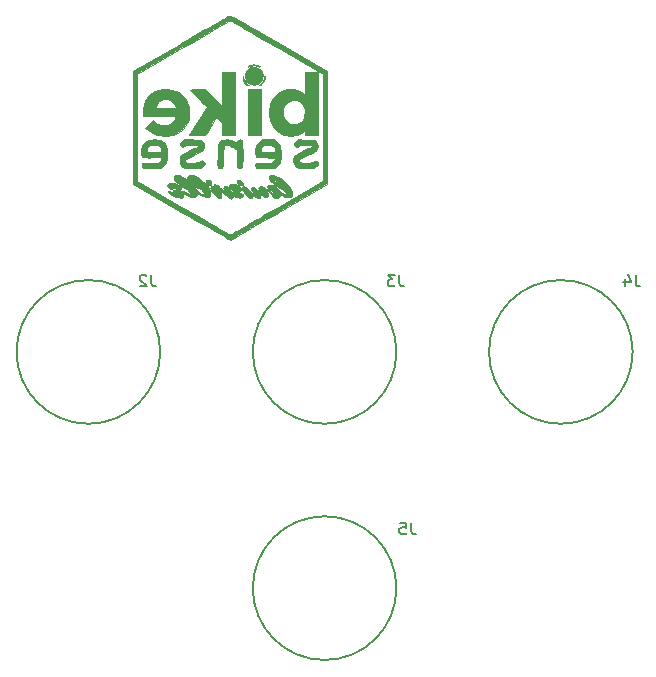
<source format=gbr>
G04 #@! TF.GenerationSoftware,KiCad,Pcbnew,(5.0.0)*
G04 #@! TF.CreationDate,2019-01-02T21:37:44-05:00*
G04 #@! TF.ProjectId,bikesenseCap,62696B6573656E73654361702E6B6963,REV B*
G04 #@! TF.SameCoordinates,Original*
G04 #@! TF.FileFunction,Legend,Bot*
G04 #@! TF.FilePolarity,Positive*
%FSLAX46Y46*%
G04 Gerber Fmt 4.6, Leading zero omitted, Abs format (unit mm)*
G04 Created by KiCad (PCBNEW (5.0.0)) date 01/02/19 21:37:44*
%MOMM*%
%LPD*%
G01*
G04 APERTURE LIST*
%ADD10C,0.150000*%
%ADD11C,0.010000*%
G04 APERTURE END LIST*
D10*
G04 #@! TO.C,J5*
X156082763Y-120000000D02*
G75*
G03X156082763Y-120000000I-6082763J0D01*
G01*
G04 #@! TO.C,J2*
X136082763Y-100000000D02*
G75*
G03X136082763Y-100000000I-6082763J0D01*
G01*
G04 #@! TO.C,J3*
X156082763Y-100000000D02*
G75*
G03X156082763Y-100000000I-6082763J0D01*
G01*
G04 #@! TO.C,J4*
X176082763Y-100000000D02*
G75*
G03X176082763Y-100000000I-6082763J0D01*
G01*
D11*
G04 #@! TO.C,G\002A\002A\002A*
G36*
X143855004Y-75676792D02*
X143723426Y-75704946D01*
X143612093Y-75744127D01*
X143540334Y-75788003D01*
X143524000Y-75817863D01*
X143547018Y-75845382D01*
X143618997Y-75827958D01*
X143692210Y-75793223D01*
X143805174Y-75758577D01*
X143955861Y-75742652D01*
X144115082Y-75745460D01*
X144253650Y-75767011D01*
X144322286Y-75793000D01*
X144417990Y-75836162D01*
X144483652Y-75843674D01*
X144503579Y-75820214D01*
X144470591Y-75782845D01*
X144384897Y-75742971D01*
X144265882Y-75706385D01*
X144132936Y-75678881D01*
X144005447Y-75666253D01*
X143987493Y-75666000D01*
X143855004Y-75676792D01*
X143855004Y-75676792D01*
G37*
X143855004Y-75676792D02*
X143723426Y-75704946D01*
X143612093Y-75744127D01*
X143540334Y-75788003D01*
X143524000Y-75817863D01*
X143547018Y-75845382D01*
X143618997Y-75827958D01*
X143692210Y-75793223D01*
X143805174Y-75758577D01*
X143955861Y-75742652D01*
X144115082Y-75745460D01*
X144253650Y-75767011D01*
X144322286Y-75793000D01*
X144417990Y-75836162D01*
X144483652Y-75843674D01*
X144503579Y-75820214D01*
X144470591Y-75782845D01*
X144384897Y-75742971D01*
X144265882Y-75706385D01*
X144132936Y-75678881D01*
X144005447Y-75666253D01*
X143987493Y-75666000D01*
X143855004Y-75676792D01*
G36*
X143795667Y-75904433D02*
X143626252Y-75972889D01*
X143472355Y-76099987D01*
X143444408Y-76130002D01*
X143344195Y-76266827D01*
X143288323Y-76415623D01*
X143271141Y-76597020D01*
X143277733Y-76738467D01*
X143328972Y-76947357D01*
X143444277Y-77123207D01*
X143621899Y-77263558D01*
X143669864Y-77289785D01*
X143836758Y-77347164D01*
X144025804Y-77369715D01*
X144204225Y-77355139D01*
X144280733Y-77332604D01*
X144475033Y-77217840D01*
X144621982Y-77048099D01*
X144670845Y-76957753D01*
X144741534Y-76731842D01*
X144746619Y-76513839D01*
X144692175Y-76313518D01*
X144584279Y-76140651D01*
X144429006Y-76005011D01*
X144232432Y-75916371D01*
X144003621Y-75884511D01*
X143795667Y-75904433D01*
X143795667Y-75904433D01*
G37*
X143795667Y-75904433D02*
X143626252Y-75972889D01*
X143472355Y-76099987D01*
X143444408Y-76130002D01*
X143344195Y-76266827D01*
X143288323Y-76415623D01*
X143271141Y-76597020D01*
X143277733Y-76738467D01*
X143328972Y-76947357D01*
X143444277Y-77123207D01*
X143621899Y-77263558D01*
X143669864Y-77289785D01*
X143836758Y-77347164D01*
X144025804Y-77369715D01*
X144204225Y-77355139D01*
X144280733Y-77332604D01*
X144475033Y-77217840D01*
X144621982Y-77048099D01*
X144670845Y-76957753D01*
X144741534Y-76731842D01*
X144746619Y-76513839D01*
X144692175Y-76313518D01*
X144584279Y-76140651D01*
X144429006Y-76005011D01*
X144232432Y-75916371D01*
X144003621Y-75884511D01*
X143795667Y-75904433D01*
G36*
X143060246Y-76676662D02*
X143054127Y-76756258D01*
X143068513Y-76864629D01*
X143101707Y-76981900D01*
X143121462Y-77030383D01*
X143195313Y-77157849D01*
X143292062Y-77278207D01*
X143395755Y-77375496D01*
X143490442Y-77433759D01*
X143534281Y-77443388D01*
X143579993Y-77438908D01*
X143572969Y-77419522D01*
X143508463Y-77374712D01*
X143501179Y-77370035D01*
X143371289Y-77257098D01*
X143256187Y-77104143D01*
X143170083Y-76935185D01*
X143127189Y-76774239D01*
X143124858Y-76734066D01*
X143112135Y-76667012D01*
X143088572Y-76645714D01*
X143060246Y-76676662D01*
X143060246Y-76676662D01*
G37*
X143060246Y-76676662D02*
X143054127Y-76756258D01*
X143068513Y-76864629D01*
X143101707Y-76981900D01*
X143121462Y-77030383D01*
X143195313Y-77157849D01*
X143292062Y-77278207D01*
X143395755Y-77375496D01*
X143490442Y-77433759D01*
X143534281Y-77443388D01*
X143579993Y-77438908D01*
X143572969Y-77419522D01*
X143508463Y-77374712D01*
X143501179Y-77370035D01*
X143371289Y-77257098D01*
X143256187Y-77104143D01*
X143170083Y-76935185D01*
X143127189Y-76774239D01*
X143124858Y-76734066D01*
X143112135Y-76667012D01*
X143088572Y-76645714D01*
X143060246Y-76676662D01*
G36*
X144876410Y-76677031D02*
X144866217Y-76745500D01*
X144841322Y-76877210D01*
X144776357Y-77032374D01*
X144684714Y-77185368D01*
X144579784Y-77310570D01*
X144562630Y-77326335D01*
X144491799Y-77399173D01*
X144477019Y-77437331D01*
X144509384Y-77438486D01*
X144579986Y-77400314D01*
X144647857Y-77348559D01*
X144732231Y-77257957D01*
X144816853Y-77137042D01*
X144850213Y-77077622D01*
X144898399Y-76959190D01*
X144928934Y-76838345D01*
X144939544Y-76733723D01*
X144927960Y-76663957D01*
X144902857Y-76645714D01*
X144876410Y-76677031D01*
X144876410Y-76677031D01*
G37*
X144876410Y-76677031D02*
X144866217Y-76745500D01*
X144841322Y-76877210D01*
X144776357Y-77032374D01*
X144684714Y-77185368D01*
X144579784Y-77310570D01*
X144562630Y-77326335D01*
X144491799Y-77399173D01*
X144477019Y-77437331D01*
X144509384Y-77438486D01*
X144579986Y-77400314D01*
X144647857Y-77348559D01*
X144732231Y-77257957D01*
X144816853Y-77137042D01*
X144850213Y-77077622D01*
X144898399Y-76959190D01*
X144928934Y-76838345D01*
X144939544Y-76733723D01*
X144927960Y-76663957D01*
X144902857Y-76645714D01*
X144876410Y-76677031D01*
G36*
X141274286Y-79177746D02*
X139913572Y-77777444D01*
X139266477Y-77774007D01*
X139022137Y-77774614D01*
X138832562Y-77779131D01*
X138702817Y-77787304D01*
X138637970Y-77798879D01*
X138631477Y-77805891D01*
X138659111Y-77841656D01*
X138729450Y-77921484D01*
X138834922Y-78037102D01*
X138967953Y-78180241D01*
X139120974Y-78342627D01*
X139171239Y-78395534D01*
X139340381Y-78573561D01*
X139502957Y-78745298D01*
X139648483Y-78899624D01*
X139766475Y-79025417D01*
X139846450Y-79111556D01*
X139854714Y-79120583D01*
X140010522Y-79291309D01*
X139278939Y-80463154D01*
X138547356Y-81635000D01*
X139210180Y-81644916D01*
X139463413Y-81647354D01*
X139652125Y-81645770D01*
X139784274Y-81639755D01*
X139867821Y-81628901D01*
X139910725Y-81612797D01*
X139915389Y-81608631D01*
X139945374Y-81565167D01*
X140006273Y-81468560D01*
X140092309Y-81328278D01*
X140197702Y-81153790D01*
X140316673Y-80954564D01*
X140385777Y-80837916D01*
X140813781Y-80113403D01*
X141044034Y-80361266D01*
X141274286Y-80609128D01*
X141274286Y-81653143D01*
X142435429Y-81653143D01*
X142435429Y-76319143D01*
X141274286Y-76319143D01*
X141274286Y-79177746D01*
X141274286Y-79177746D01*
G37*
X141274286Y-79177746D02*
X139913572Y-77777444D01*
X139266477Y-77774007D01*
X139022137Y-77774614D01*
X138832562Y-77779131D01*
X138702817Y-77787304D01*
X138637970Y-77798879D01*
X138631477Y-77805891D01*
X138659111Y-77841656D01*
X138729450Y-77921484D01*
X138834922Y-78037102D01*
X138967953Y-78180241D01*
X139120974Y-78342627D01*
X139171239Y-78395534D01*
X139340381Y-78573561D01*
X139502957Y-78745298D01*
X139648483Y-78899624D01*
X139766475Y-79025417D01*
X139846450Y-79111556D01*
X139854714Y-79120583D01*
X140010522Y-79291309D01*
X139278939Y-80463154D01*
X138547356Y-81635000D01*
X139210180Y-81644916D01*
X139463413Y-81647354D01*
X139652125Y-81645770D01*
X139784274Y-81639755D01*
X139867821Y-81628901D01*
X139910725Y-81612797D01*
X139915389Y-81608631D01*
X139945374Y-81565167D01*
X140006273Y-81468560D01*
X140092309Y-81328278D01*
X140197702Y-81153790D01*
X140316673Y-80954564D01*
X140385777Y-80837916D01*
X140813781Y-80113403D01*
X141044034Y-80361266D01*
X141274286Y-80609128D01*
X141274286Y-81653143D01*
X142435429Y-81653143D01*
X142435429Y-76319143D01*
X141274286Y-76319143D01*
X141274286Y-79177746D01*
G36*
X143487715Y-81653143D02*
X144612572Y-81653143D01*
X144612572Y-77770571D01*
X143487715Y-77770571D01*
X143487715Y-81653143D01*
X143487715Y-81653143D01*
G37*
X143487715Y-81653143D02*
X144612572Y-81653143D01*
X144612572Y-77770571D01*
X143487715Y-77770571D01*
X143487715Y-81653143D01*
G36*
X136319299Y-77745685D02*
X135981099Y-77800390D01*
X135663485Y-77904400D01*
X135377898Y-78057645D01*
X135164143Y-78231211D01*
X134972013Y-78469116D01*
X134819723Y-78759954D01*
X134710739Y-79093863D01*
X134648522Y-79460981D01*
X134634630Y-79739071D01*
X134634000Y-80056571D01*
X136012858Y-80056571D01*
X136321127Y-80057041D01*
X136605388Y-80058381D01*
X136857762Y-80060485D01*
X137070367Y-80063246D01*
X137235322Y-80066560D01*
X137344748Y-80070319D01*
X137390763Y-80074419D01*
X137391715Y-80075109D01*
X137370013Y-80150282D01*
X137313943Y-80258398D01*
X137237053Y-80377900D01*
X137152894Y-80487230D01*
X137093926Y-80548890D01*
X136923689Y-80679226D01*
X136749686Y-80757109D01*
X136546681Y-80791937D01*
X136430143Y-80796128D01*
X136127701Y-80765927D01*
X135851859Y-80670023D01*
X135618367Y-80525096D01*
X135441090Y-80390920D01*
X135137331Y-80697897D01*
X134833572Y-81004875D01*
X135025143Y-81182524D01*
X135272523Y-81369672D01*
X135567225Y-81522078D01*
X135888049Y-81628901D01*
X135907201Y-81633515D01*
X136083220Y-81662096D01*
X136304053Y-81679172D01*
X136545526Y-81684667D01*
X136783465Y-81678507D01*
X136993698Y-81660616D01*
X137127839Y-81637291D01*
X137415049Y-81539571D01*
X137695383Y-81393011D01*
X137941221Y-81212922D01*
X138011122Y-81147693D01*
X138223408Y-80886013D01*
X138382277Y-80586297D01*
X138488064Y-80259209D01*
X138541106Y-79915413D01*
X138541740Y-79565574D01*
X138496806Y-79264002D01*
X137389792Y-79264002D01*
X137387380Y-79304693D01*
X137357233Y-79333007D01*
X137291745Y-79351180D01*
X137183314Y-79361446D01*
X137024335Y-79366040D01*
X136807203Y-79367195D01*
X136557143Y-79367142D01*
X135722572Y-79367142D01*
X135722572Y-79276033D01*
X135749474Y-79139280D01*
X135820135Y-78986686D01*
X135919487Y-78844903D01*
X136020592Y-78748854D01*
X136187416Y-78659409D01*
X136383254Y-78601514D01*
X136576027Y-78583053D01*
X136661971Y-78591207D01*
X136886066Y-78666431D01*
X137088756Y-78799752D01*
X137252542Y-78977133D01*
X137341825Y-79136552D01*
X137372072Y-79208700D01*
X137389792Y-79264002D01*
X138496806Y-79264002D01*
X138490302Y-79220356D01*
X138387128Y-78890423D01*
X138232555Y-78586441D01*
X138026920Y-78319072D01*
X137918586Y-78214222D01*
X137649097Y-78021338D01*
X137342982Y-77878113D01*
X137011682Y-77784477D01*
X136666640Y-77740357D01*
X136319299Y-77745685D01*
X136319299Y-77745685D01*
G37*
X136319299Y-77745685D02*
X135981099Y-77800390D01*
X135663485Y-77904400D01*
X135377898Y-78057645D01*
X135164143Y-78231211D01*
X134972013Y-78469116D01*
X134819723Y-78759954D01*
X134710739Y-79093863D01*
X134648522Y-79460981D01*
X134634630Y-79739071D01*
X134634000Y-80056571D01*
X136012858Y-80056571D01*
X136321127Y-80057041D01*
X136605388Y-80058381D01*
X136857762Y-80060485D01*
X137070367Y-80063246D01*
X137235322Y-80066560D01*
X137344748Y-80070319D01*
X137390763Y-80074419D01*
X137391715Y-80075109D01*
X137370013Y-80150282D01*
X137313943Y-80258398D01*
X137237053Y-80377900D01*
X137152894Y-80487230D01*
X137093926Y-80548890D01*
X136923689Y-80679226D01*
X136749686Y-80757109D01*
X136546681Y-80791937D01*
X136430143Y-80796128D01*
X136127701Y-80765927D01*
X135851859Y-80670023D01*
X135618367Y-80525096D01*
X135441090Y-80390920D01*
X135137331Y-80697897D01*
X134833572Y-81004875D01*
X135025143Y-81182524D01*
X135272523Y-81369672D01*
X135567225Y-81522078D01*
X135888049Y-81628901D01*
X135907201Y-81633515D01*
X136083220Y-81662096D01*
X136304053Y-81679172D01*
X136545526Y-81684667D01*
X136783465Y-81678507D01*
X136993698Y-81660616D01*
X137127839Y-81637291D01*
X137415049Y-81539571D01*
X137695383Y-81393011D01*
X137941221Y-81212922D01*
X138011122Y-81147693D01*
X138223408Y-80886013D01*
X138382277Y-80586297D01*
X138488064Y-80259209D01*
X138541106Y-79915413D01*
X138541740Y-79565574D01*
X138496806Y-79264002D01*
X137389792Y-79264002D01*
X137387380Y-79304693D01*
X137357233Y-79333007D01*
X137291745Y-79351180D01*
X137183314Y-79361446D01*
X137024335Y-79366040D01*
X136807203Y-79367195D01*
X136557143Y-79367142D01*
X135722572Y-79367142D01*
X135722572Y-79276033D01*
X135749474Y-79139280D01*
X135820135Y-78986686D01*
X135919487Y-78844903D01*
X136020592Y-78748854D01*
X136187416Y-78659409D01*
X136383254Y-78601514D01*
X136576027Y-78583053D01*
X136661971Y-78591207D01*
X136886066Y-78666431D01*
X137088756Y-78799752D01*
X137252542Y-78977133D01*
X137341825Y-79136552D01*
X137372072Y-79208700D01*
X137389792Y-79264002D01*
X138496806Y-79264002D01*
X138490302Y-79220356D01*
X138387128Y-78890423D01*
X138232555Y-78586441D01*
X138026920Y-78319072D01*
X137918586Y-78214222D01*
X137649097Y-78021338D01*
X137342982Y-77878113D01*
X137011682Y-77784477D01*
X136666640Y-77740357D01*
X136319299Y-77745685D01*
G36*
X148350000Y-78285853D02*
X148150308Y-78103345D01*
X147916194Y-77929755D01*
X147653256Y-77814431D01*
X147350156Y-77752802D01*
X147261429Y-77744875D01*
X146892608Y-77753219D01*
X146548289Y-77827546D01*
X146234297Y-77963714D01*
X145956456Y-78157580D01*
X145720590Y-78405000D01*
X145532525Y-78701833D01*
X145398085Y-79043935D01*
X145388800Y-79076857D01*
X145350372Y-79275208D01*
X145327812Y-79515409D01*
X145321133Y-79774099D01*
X145330349Y-80027913D01*
X145355473Y-80253490D01*
X145388039Y-80401285D01*
X145526613Y-80754383D01*
X145713150Y-81054718D01*
X145946095Y-81300633D01*
X146223894Y-81490474D01*
X146530465Y-81618158D01*
X146752845Y-81665602D01*
X147011500Y-81687490D01*
X147278186Y-81683790D01*
X147524654Y-81654470D01*
X147667674Y-81619441D01*
X147825073Y-81553919D01*
X147991762Y-81460161D01*
X148145000Y-81353122D01*
X148262043Y-81247758D01*
X148295792Y-81206388D01*
X148323593Y-81172218D01*
X148339830Y-81175502D01*
X148347574Y-81226708D01*
X148349899Y-81336302D01*
X148350000Y-81391069D01*
X148350000Y-81653143D01*
X149474858Y-81653143D01*
X149474858Y-79767268D01*
X148332923Y-79767268D01*
X148297622Y-79986381D01*
X148232589Y-80196598D01*
X148164319Y-80335595D01*
X148014167Y-80512681D01*
X147819041Y-80642902D01*
X147593233Y-80721276D01*
X147351032Y-80742822D01*
X147109277Y-80703327D01*
X146940598Y-80621599D01*
X146777261Y-80487672D01*
X146639295Y-80320414D01*
X146568718Y-80194010D01*
X146508069Y-79998422D01*
X146479535Y-79771362D01*
X146483389Y-79539401D01*
X146519904Y-79329106D01*
X146558717Y-79222000D01*
X146700271Y-78996220D01*
X146883503Y-78828802D01*
X147104447Y-78722313D01*
X147359140Y-78679319D01*
X147397896Y-78678511D01*
X147653171Y-78710424D01*
X147876287Y-78804729D01*
X148062030Y-78956431D01*
X148205190Y-79160539D01*
X148300553Y-79412061D01*
X148331229Y-79572466D01*
X148332923Y-79767268D01*
X149474858Y-79767268D01*
X149474858Y-76319143D01*
X148350000Y-76319143D01*
X148350000Y-78285853D01*
X148350000Y-78285853D01*
G37*
X148350000Y-78285853D02*
X148150308Y-78103345D01*
X147916194Y-77929755D01*
X147653256Y-77814431D01*
X147350156Y-77752802D01*
X147261429Y-77744875D01*
X146892608Y-77753219D01*
X146548289Y-77827546D01*
X146234297Y-77963714D01*
X145956456Y-78157580D01*
X145720590Y-78405000D01*
X145532525Y-78701833D01*
X145398085Y-79043935D01*
X145388800Y-79076857D01*
X145350372Y-79275208D01*
X145327812Y-79515409D01*
X145321133Y-79774099D01*
X145330349Y-80027913D01*
X145355473Y-80253490D01*
X145388039Y-80401285D01*
X145526613Y-80754383D01*
X145713150Y-81054718D01*
X145946095Y-81300633D01*
X146223894Y-81490474D01*
X146530465Y-81618158D01*
X146752845Y-81665602D01*
X147011500Y-81687490D01*
X147278186Y-81683790D01*
X147524654Y-81654470D01*
X147667674Y-81619441D01*
X147825073Y-81553919D01*
X147991762Y-81460161D01*
X148145000Y-81353122D01*
X148262043Y-81247758D01*
X148295792Y-81206388D01*
X148323593Y-81172218D01*
X148339830Y-81175502D01*
X148347574Y-81226708D01*
X148349899Y-81336302D01*
X148350000Y-81391069D01*
X148350000Y-81653143D01*
X149474858Y-81653143D01*
X149474858Y-79767268D01*
X148332923Y-79767268D01*
X148297622Y-79986381D01*
X148232589Y-80196598D01*
X148164319Y-80335595D01*
X148014167Y-80512681D01*
X147819041Y-80642902D01*
X147593233Y-80721276D01*
X147351032Y-80742822D01*
X147109277Y-80703327D01*
X146940598Y-80621599D01*
X146777261Y-80487672D01*
X146639295Y-80320414D01*
X146568718Y-80194010D01*
X146508069Y-79998422D01*
X146479535Y-79771362D01*
X146483389Y-79539401D01*
X146519904Y-79329106D01*
X146558717Y-79222000D01*
X146700271Y-78996220D01*
X146883503Y-78828802D01*
X147104447Y-78722313D01*
X147359140Y-78679319D01*
X147397896Y-78678511D01*
X147653171Y-78710424D01*
X147876287Y-78804729D01*
X148062030Y-78956431D01*
X148205190Y-79160539D01*
X148300553Y-79412061D01*
X148331229Y-79572466D01*
X148332923Y-79767268D01*
X149474858Y-79767268D01*
X149474858Y-76319143D01*
X148350000Y-76319143D01*
X148350000Y-78285853D01*
G36*
X135379337Y-82016830D02*
X135245933Y-82021184D01*
X135152030Y-82031850D01*
X135081098Y-82051622D01*
X135016601Y-82083290D01*
X134958604Y-82119017D01*
X134779540Y-82243857D01*
X134651522Y-82364285D01*
X134566523Y-82496237D01*
X134516517Y-82655648D01*
X134493476Y-82858454D01*
X134489060Y-83051140D01*
X134488689Y-83203045D01*
X134493402Y-83319772D01*
X134511617Y-83405942D01*
X134551755Y-83466175D01*
X134622236Y-83505091D01*
X134731479Y-83527311D01*
X134887904Y-83537456D01*
X135099931Y-83540145D01*
X135375980Y-83540000D01*
X136158000Y-83540000D01*
X136158000Y-83634343D01*
X136127229Y-83732782D01*
X136041997Y-83844579D01*
X136034629Y-83852057D01*
X135911257Y-83975428D01*
X135272629Y-83975428D01*
X135041151Y-83975990D01*
X134871076Y-83978435D01*
X134751238Y-83983902D01*
X134670473Y-83993531D01*
X134617615Y-84008461D01*
X134581499Y-84029832D01*
X134561429Y-84048000D01*
X134498421Y-84156870D01*
X134500713Y-84278925D01*
X134540298Y-84358564D01*
X134562790Y-84382780D01*
X134596694Y-84400964D01*
X134652073Y-84414152D01*
X134738988Y-84423380D01*
X134867501Y-84429682D01*
X135047674Y-84434096D01*
X135289571Y-84437656D01*
X135311369Y-84437928D01*
X135587808Y-84439810D01*
X135798591Y-84437516D01*
X135950532Y-84430737D01*
X136050444Y-84419160D01*
X136105139Y-84402477D01*
X136106577Y-84401642D01*
X136239356Y-84309216D01*
X136372783Y-84195023D01*
X136487267Y-84077688D01*
X136563216Y-83975837D01*
X136571915Y-83959264D01*
X136594707Y-83895563D01*
X136610960Y-83807887D01*
X136621591Y-83684678D01*
X136627518Y-83514376D01*
X136629660Y-83285423D01*
X136629715Y-83231571D01*
X136628040Y-82975845D01*
X136623951Y-82867915D01*
X136158000Y-82867915D01*
X136158000Y-83068285D01*
X134960572Y-83068285D01*
X134960572Y-82893975D01*
X134968135Y-82777437D01*
X135001091Y-82694373D01*
X135074839Y-82609044D01*
X135089569Y-82594618D01*
X135158109Y-82532361D01*
X135220027Y-82494254D01*
X135296966Y-82473362D01*
X135410566Y-82462754D01*
X135515926Y-82458025D01*
X135667640Y-82454187D01*
X135771291Y-82460370D01*
X135851224Y-82481704D01*
X135931783Y-82523320D01*
X135985643Y-82557012D01*
X136083347Y-82622744D01*
X136134702Y-82676455D01*
X136154616Y-82745039D01*
X136157997Y-82855386D01*
X136158000Y-82867915D01*
X136623951Y-82867915D01*
X136620626Y-82780165D01*
X136603887Y-82632038D01*
X136574238Y-82518970D01*
X136528095Y-82428468D01*
X136461871Y-82348038D01*
X136371983Y-82265187D01*
X136346101Y-82243227D01*
X136234973Y-82152548D01*
X136142838Y-82089880D01*
X136052032Y-82050057D01*
X135944887Y-82027917D01*
X135803737Y-82018295D01*
X135610916Y-82016026D01*
X135568776Y-82016000D01*
X135379337Y-82016830D01*
X135379337Y-82016830D01*
G37*
X135379337Y-82016830D02*
X135245933Y-82021184D01*
X135152030Y-82031850D01*
X135081098Y-82051622D01*
X135016601Y-82083290D01*
X134958604Y-82119017D01*
X134779540Y-82243857D01*
X134651522Y-82364285D01*
X134566523Y-82496237D01*
X134516517Y-82655648D01*
X134493476Y-82858454D01*
X134489060Y-83051140D01*
X134488689Y-83203045D01*
X134493402Y-83319772D01*
X134511617Y-83405942D01*
X134551755Y-83466175D01*
X134622236Y-83505091D01*
X134731479Y-83527311D01*
X134887904Y-83537456D01*
X135099931Y-83540145D01*
X135375980Y-83540000D01*
X136158000Y-83540000D01*
X136158000Y-83634343D01*
X136127229Y-83732782D01*
X136041997Y-83844579D01*
X136034629Y-83852057D01*
X135911257Y-83975428D01*
X135272629Y-83975428D01*
X135041151Y-83975990D01*
X134871076Y-83978435D01*
X134751238Y-83983902D01*
X134670473Y-83993531D01*
X134617615Y-84008461D01*
X134581499Y-84029832D01*
X134561429Y-84048000D01*
X134498421Y-84156870D01*
X134500713Y-84278925D01*
X134540298Y-84358564D01*
X134562790Y-84382780D01*
X134596694Y-84400964D01*
X134652073Y-84414152D01*
X134738988Y-84423380D01*
X134867501Y-84429682D01*
X135047674Y-84434096D01*
X135289571Y-84437656D01*
X135311369Y-84437928D01*
X135587808Y-84439810D01*
X135798591Y-84437516D01*
X135950532Y-84430737D01*
X136050444Y-84419160D01*
X136105139Y-84402477D01*
X136106577Y-84401642D01*
X136239356Y-84309216D01*
X136372783Y-84195023D01*
X136487267Y-84077688D01*
X136563216Y-83975837D01*
X136571915Y-83959264D01*
X136594707Y-83895563D01*
X136610960Y-83807887D01*
X136621591Y-83684678D01*
X136627518Y-83514376D01*
X136629660Y-83285423D01*
X136629715Y-83231571D01*
X136628040Y-82975845D01*
X136623951Y-82867915D01*
X136158000Y-82867915D01*
X136158000Y-83068285D01*
X134960572Y-83068285D01*
X134960572Y-82893975D01*
X134968135Y-82777437D01*
X135001091Y-82694373D01*
X135074839Y-82609044D01*
X135089569Y-82594618D01*
X135158109Y-82532361D01*
X135220027Y-82494254D01*
X135296966Y-82473362D01*
X135410566Y-82462754D01*
X135515926Y-82458025D01*
X135667640Y-82454187D01*
X135771291Y-82460370D01*
X135851224Y-82481704D01*
X135931783Y-82523320D01*
X135985643Y-82557012D01*
X136083347Y-82622744D01*
X136134702Y-82676455D01*
X136154616Y-82745039D01*
X136157997Y-82855386D01*
X136158000Y-82867915D01*
X136623951Y-82867915D01*
X136620626Y-82780165D01*
X136603887Y-82632038D01*
X136574238Y-82518970D01*
X136528095Y-82428468D01*
X136461871Y-82348038D01*
X136371983Y-82265187D01*
X136346101Y-82243227D01*
X136234973Y-82152548D01*
X136142838Y-82089880D01*
X136052032Y-82050057D01*
X135944887Y-82027917D01*
X135803737Y-82018295D01*
X135610916Y-82016026D01*
X135568776Y-82016000D01*
X135379337Y-82016830D01*
G36*
X137960164Y-82128409D02*
X137827030Y-82239669D01*
X137764799Y-82351974D01*
X137771856Y-82469176D01*
X137795482Y-82521485D01*
X137877371Y-82602582D01*
X137990758Y-82628117D01*
X138118896Y-82596741D01*
X138191403Y-82553402D01*
X138247089Y-82517293D01*
X138309205Y-82492534D01*
X138393259Y-82476465D01*
X138514760Y-82466423D01*
X138689217Y-82459749D01*
X138746251Y-82458209D01*
X138946112Y-82455052D01*
X139086438Y-82458337D01*
X139180065Y-82469142D01*
X139239832Y-82488542D01*
X139260429Y-82501348D01*
X139309044Y-82547516D01*
X139299889Y-82586982D01*
X139278572Y-82610163D01*
X139228649Y-82642377D01*
X139124271Y-82697741D01*
X138977457Y-82770284D01*
X138800225Y-82854038D01*
X138643572Y-82925570D01*
X138365440Y-83053215D01*
X138147868Y-83161235D01*
X137983855Y-83256499D01*
X137866398Y-83345876D01*
X137788495Y-83436238D01*
X137743145Y-83534454D01*
X137723347Y-83647393D01*
X137722097Y-83781927D01*
X137724294Y-83827540D01*
X137755571Y-84036127D01*
X137827222Y-84192536D01*
X137946456Y-84309139D01*
X138035071Y-84360856D01*
X138134725Y-84390750D01*
X138289869Y-84414449D01*
X138483655Y-84431565D01*
X138699234Y-84441708D01*
X138919759Y-84444489D01*
X139128380Y-84439519D01*
X139308249Y-84426408D01*
X139442518Y-84404767D01*
X139478143Y-84394202D01*
X139604342Y-84329460D01*
X139716595Y-84239273D01*
X139800400Y-84139407D01*
X139841251Y-84045631D01*
X139839789Y-84001056D01*
X139786331Y-83904568D01*
X139700993Y-83827629D01*
X139610727Y-83794109D01*
X139606017Y-83794000D01*
X139535854Y-83815467D01*
X139448791Y-83867923D01*
X139438706Y-83875642D01*
X139391407Y-83908384D01*
X139337455Y-83931561D01*
X139263230Y-83947232D01*
X139155113Y-83957460D01*
X138999482Y-83964306D01*
X138822139Y-83968949D01*
X138614598Y-83972608D01*
X138467251Y-83971880D01*
X138367796Y-83965694D01*
X138303931Y-83952983D01*
X138263356Y-83932678D01*
X138247643Y-83919030D01*
X138202823Y-83833474D01*
X138197102Y-83762224D01*
X138209190Y-83719387D01*
X138241731Y-83678451D01*
X138305199Y-83632306D01*
X138410068Y-83573841D01*
X138566810Y-83495945D01*
X138643572Y-83459092D01*
X138942289Y-83315774D01*
X139181939Y-83198058D01*
X139369236Y-83100898D01*
X139510896Y-83019247D01*
X139613632Y-82948058D01*
X139684161Y-82882285D01*
X139729195Y-82816880D01*
X139755450Y-82746798D01*
X139769641Y-82666991D01*
X139775505Y-82608345D01*
X139760740Y-82406857D01*
X139680931Y-82235694D01*
X139538387Y-82099781D01*
X139536277Y-82098366D01*
X139487910Y-82068678D01*
X139437136Y-82047123D01*
X139371929Y-82032405D01*
X139280264Y-82023230D01*
X139150113Y-82018302D01*
X138969451Y-82016326D01*
X138771427Y-82016000D01*
X138129871Y-82016000D01*
X137960164Y-82128409D01*
X137960164Y-82128409D01*
G37*
X137960164Y-82128409D02*
X137827030Y-82239669D01*
X137764799Y-82351974D01*
X137771856Y-82469176D01*
X137795482Y-82521485D01*
X137877371Y-82602582D01*
X137990758Y-82628117D01*
X138118896Y-82596741D01*
X138191403Y-82553402D01*
X138247089Y-82517293D01*
X138309205Y-82492534D01*
X138393259Y-82476465D01*
X138514760Y-82466423D01*
X138689217Y-82459749D01*
X138746251Y-82458209D01*
X138946112Y-82455052D01*
X139086438Y-82458337D01*
X139180065Y-82469142D01*
X139239832Y-82488542D01*
X139260429Y-82501348D01*
X139309044Y-82547516D01*
X139299889Y-82586982D01*
X139278572Y-82610163D01*
X139228649Y-82642377D01*
X139124271Y-82697741D01*
X138977457Y-82770284D01*
X138800225Y-82854038D01*
X138643572Y-82925570D01*
X138365440Y-83053215D01*
X138147868Y-83161235D01*
X137983855Y-83256499D01*
X137866398Y-83345876D01*
X137788495Y-83436238D01*
X137743145Y-83534454D01*
X137723347Y-83647393D01*
X137722097Y-83781927D01*
X137724294Y-83827540D01*
X137755571Y-84036127D01*
X137827222Y-84192536D01*
X137946456Y-84309139D01*
X138035071Y-84360856D01*
X138134725Y-84390750D01*
X138289869Y-84414449D01*
X138483655Y-84431565D01*
X138699234Y-84441708D01*
X138919759Y-84444489D01*
X139128380Y-84439519D01*
X139308249Y-84426408D01*
X139442518Y-84404767D01*
X139478143Y-84394202D01*
X139604342Y-84329460D01*
X139716595Y-84239273D01*
X139800400Y-84139407D01*
X139841251Y-84045631D01*
X139839789Y-84001056D01*
X139786331Y-83904568D01*
X139700993Y-83827629D01*
X139610727Y-83794109D01*
X139606017Y-83794000D01*
X139535854Y-83815467D01*
X139448791Y-83867923D01*
X139438706Y-83875642D01*
X139391407Y-83908384D01*
X139337455Y-83931561D01*
X139263230Y-83947232D01*
X139155113Y-83957460D01*
X138999482Y-83964306D01*
X138822139Y-83968949D01*
X138614598Y-83972608D01*
X138467251Y-83971880D01*
X138367796Y-83965694D01*
X138303931Y-83952983D01*
X138263356Y-83932678D01*
X138247643Y-83919030D01*
X138202823Y-83833474D01*
X138197102Y-83762224D01*
X138209190Y-83719387D01*
X138241731Y-83678451D01*
X138305199Y-83632306D01*
X138410068Y-83573841D01*
X138566810Y-83495945D01*
X138643572Y-83459092D01*
X138942289Y-83315774D01*
X139181939Y-83198058D01*
X139369236Y-83100898D01*
X139510896Y-83019247D01*
X139613632Y-82948058D01*
X139684161Y-82882285D01*
X139729195Y-82816880D01*
X139755450Y-82746798D01*
X139769641Y-82666991D01*
X139775505Y-82608345D01*
X139760740Y-82406857D01*
X139680931Y-82235694D01*
X139538387Y-82099781D01*
X139536277Y-82098366D01*
X139487910Y-82068678D01*
X139437136Y-82047123D01*
X139371929Y-82032405D01*
X139280264Y-82023230D01*
X139150113Y-82018302D01*
X138969451Y-82016326D01*
X138771427Y-82016000D01*
X138129871Y-82016000D01*
X137960164Y-82128409D01*
G36*
X141529570Y-82018364D02*
X141413339Y-82027760D01*
X141330504Y-82047644D01*
X141261521Y-82081471D01*
X141236257Y-82097766D01*
X141163139Y-82150081D01*
X141105235Y-82203327D01*
X141060378Y-82266612D01*
X141026404Y-82349044D01*
X141001145Y-82459734D01*
X140982435Y-82607790D01*
X140968109Y-82802321D01*
X140956000Y-83052437D01*
X140945679Y-83319739D01*
X140935797Y-83632363D01*
X140930873Y-83893219D01*
X140930899Y-84097262D01*
X140935871Y-84239444D01*
X140945781Y-84314719D01*
X140946903Y-84318008D01*
X141012986Y-84400397D01*
X141117562Y-84438834D01*
X141236188Y-84425502D01*
X141256862Y-84417132D01*
X141291527Y-84398033D01*
X141319056Y-84370337D01*
X141340679Y-84325626D01*
X141357629Y-84255481D01*
X141371136Y-84151481D01*
X141382430Y-84005209D01*
X141392745Y-83808244D01*
X141403309Y-83552168D01*
X141410216Y-83368382D01*
X141421101Y-83090373D01*
X141432675Y-82876509D01*
X141448003Y-82718403D01*
X141470149Y-82607669D01*
X141502177Y-82535919D01*
X141547153Y-82494765D01*
X141608140Y-82475821D01*
X141688205Y-82470700D01*
X141738225Y-82470715D01*
X141826774Y-82477122D01*
X141913196Y-82499879D01*
X142014753Y-82546206D01*
X142148706Y-82623319D01*
X142242836Y-82681716D01*
X142576385Y-82891574D01*
X142587550Y-83617918D01*
X142591841Y-83866412D01*
X142596709Y-84052340D01*
X142603205Y-84185710D01*
X142612379Y-84276526D01*
X142625279Y-84334793D01*
X142642956Y-84370517D01*
X142666459Y-84393703D01*
X142669150Y-84395702D01*
X142788004Y-84443216D01*
X142908156Y-84424443D01*
X142979715Y-84374571D01*
X143000521Y-84350674D01*
X143016923Y-84319855D01*
X143029443Y-84273875D01*
X143038604Y-84204494D01*
X143044928Y-84103473D01*
X143048936Y-83962575D01*
X143051150Y-83773560D01*
X143052093Y-83528188D01*
X143052286Y-83229186D01*
X143050985Y-82896500D01*
X143047186Y-82614034D01*
X143041047Y-82386594D01*
X143032727Y-82218990D01*
X143022384Y-82116030D01*
X143014724Y-82086186D01*
X142959066Y-82034281D01*
X142856201Y-82016236D01*
X142837738Y-82016000D01*
X142717016Y-82032311D01*
X142642900Y-82090450D01*
X142599477Y-82204221D01*
X142594637Y-82226890D01*
X142571985Y-82340149D01*
X142422064Y-82237606D01*
X142266806Y-82136284D01*
X142141050Y-82071426D01*
X142018805Y-82035071D01*
X141874080Y-82019255D01*
X141698740Y-82016000D01*
X141529570Y-82018364D01*
X141529570Y-82018364D01*
G37*
X141529570Y-82018364D02*
X141413339Y-82027760D01*
X141330504Y-82047644D01*
X141261521Y-82081471D01*
X141236257Y-82097766D01*
X141163139Y-82150081D01*
X141105235Y-82203327D01*
X141060378Y-82266612D01*
X141026404Y-82349044D01*
X141001145Y-82459734D01*
X140982435Y-82607790D01*
X140968109Y-82802321D01*
X140956000Y-83052437D01*
X140945679Y-83319739D01*
X140935797Y-83632363D01*
X140930873Y-83893219D01*
X140930899Y-84097262D01*
X140935871Y-84239444D01*
X140945781Y-84314719D01*
X140946903Y-84318008D01*
X141012986Y-84400397D01*
X141117562Y-84438834D01*
X141236188Y-84425502D01*
X141256862Y-84417132D01*
X141291527Y-84398033D01*
X141319056Y-84370337D01*
X141340679Y-84325626D01*
X141357629Y-84255481D01*
X141371136Y-84151481D01*
X141382430Y-84005209D01*
X141392745Y-83808244D01*
X141403309Y-83552168D01*
X141410216Y-83368382D01*
X141421101Y-83090373D01*
X141432675Y-82876509D01*
X141448003Y-82718403D01*
X141470149Y-82607669D01*
X141502177Y-82535919D01*
X141547153Y-82494765D01*
X141608140Y-82475821D01*
X141688205Y-82470700D01*
X141738225Y-82470715D01*
X141826774Y-82477122D01*
X141913196Y-82499879D01*
X142014753Y-82546206D01*
X142148706Y-82623319D01*
X142242836Y-82681716D01*
X142576385Y-82891574D01*
X142587550Y-83617918D01*
X142591841Y-83866412D01*
X142596709Y-84052340D01*
X142603205Y-84185710D01*
X142612379Y-84276526D01*
X142625279Y-84334793D01*
X142642956Y-84370517D01*
X142666459Y-84393703D01*
X142669150Y-84395702D01*
X142788004Y-84443216D01*
X142908156Y-84424443D01*
X142979715Y-84374571D01*
X143000521Y-84350674D01*
X143016923Y-84319855D01*
X143029443Y-84273875D01*
X143038604Y-84204494D01*
X143044928Y-84103473D01*
X143048936Y-83962575D01*
X143051150Y-83773560D01*
X143052093Y-83528188D01*
X143052286Y-83229186D01*
X143050985Y-82896500D01*
X143047186Y-82614034D01*
X143041047Y-82386594D01*
X143032727Y-82218990D01*
X143022384Y-82116030D01*
X143014724Y-82086186D01*
X142959066Y-82034281D01*
X142856201Y-82016236D01*
X142837738Y-82016000D01*
X142717016Y-82032311D01*
X142642900Y-82090450D01*
X142599477Y-82204221D01*
X142594637Y-82226890D01*
X142571985Y-82340149D01*
X142422064Y-82237606D01*
X142266806Y-82136284D01*
X142141050Y-82071426D01*
X142018805Y-82035071D01*
X141874080Y-82019255D01*
X141698740Y-82016000D01*
X141529570Y-82018364D01*
G36*
X144496736Y-82188357D02*
X144357103Y-82301048D01*
X144259200Y-82404996D01*
X144195834Y-82517022D01*
X144159812Y-82653945D01*
X144143940Y-82832586D01*
X144140914Y-83020336D01*
X144143097Y-83209844D01*
X144150770Y-83339803D01*
X144165522Y-83423135D01*
X144188945Y-83472757D01*
X144197878Y-83482979D01*
X144226735Y-83502250D01*
X144275776Y-83516748D01*
X144354314Y-83527110D01*
X144471662Y-83533972D01*
X144637132Y-83537970D01*
X144860036Y-83539741D01*
X145032449Y-83540000D01*
X145288628Y-83540195D01*
X145481285Y-83541377D01*
X145619468Y-83544441D01*
X145712227Y-83550279D01*
X145768610Y-83559788D01*
X145797667Y-83573860D01*
X145808447Y-83593391D01*
X145810000Y-83616840D01*
X145785419Y-83684657D01*
X145722376Y-83775572D01*
X145669126Y-83834554D01*
X145528252Y-83975428D01*
X144915200Y-83975428D01*
X144656161Y-83977171D01*
X144461097Y-83984238D01*
X144321457Y-83999389D01*
X144228688Y-84025382D01*
X144174239Y-84064977D01*
X144149560Y-84120933D01*
X144146098Y-84196007D01*
X144147944Y-84222970D01*
X144159177Y-84294956D01*
X144185127Y-84349650D01*
X144234662Y-84389389D01*
X144316648Y-84416509D01*
X144439953Y-84433346D01*
X144613444Y-84442236D01*
X144845988Y-84445517D01*
X144993572Y-84445781D01*
X145246330Y-84444275D01*
X145437013Y-84439506D01*
X145576072Y-84430719D01*
X145673961Y-84417154D01*
X145741132Y-84398056D01*
X145758441Y-84390359D01*
X145885222Y-84307234D01*
X146015592Y-84188559D01*
X146131858Y-84054095D01*
X146216327Y-83923602D01*
X146247230Y-83844474D01*
X146261787Y-83738968D01*
X146271799Y-83580377D01*
X146277250Y-83388046D01*
X146278120Y-83181320D01*
X146274392Y-82979543D01*
X146270662Y-82900213D01*
X145810000Y-82900213D01*
X145810000Y-83068285D01*
X144612572Y-83068285D01*
X144612573Y-82877785D01*
X144617236Y-82760866D01*
X144640360Y-82685966D01*
X144695652Y-82622690D01*
X144746752Y-82580224D01*
X144856353Y-82508918D01*
X144977224Y-82471263D01*
X145090223Y-82458024D01*
X145302895Y-82454234D01*
X145466116Y-82481247D01*
X145598166Y-82543800D01*
X145681951Y-82611374D01*
X145763050Y-82698546D01*
X145800465Y-82779696D01*
X145809972Y-82890411D01*
X145810000Y-82900213D01*
X146270662Y-82900213D01*
X146266046Y-82802062D01*
X146253066Y-82668220D01*
X146248370Y-82640008D01*
X146216011Y-82529580D01*
X146157822Y-82428263D01*
X146062701Y-82321856D01*
X145919546Y-82196157D01*
X145870242Y-82156287D01*
X145694626Y-82016000D01*
X144725615Y-82016000D01*
X144496736Y-82188357D01*
X144496736Y-82188357D01*
G37*
X144496736Y-82188357D02*
X144357103Y-82301048D01*
X144259200Y-82404996D01*
X144195834Y-82517022D01*
X144159812Y-82653945D01*
X144143940Y-82832586D01*
X144140914Y-83020336D01*
X144143097Y-83209844D01*
X144150770Y-83339803D01*
X144165522Y-83423135D01*
X144188945Y-83472757D01*
X144197878Y-83482979D01*
X144226735Y-83502250D01*
X144275776Y-83516748D01*
X144354314Y-83527110D01*
X144471662Y-83533972D01*
X144637132Y-83537970D01*
X144860036Y-83539741D01*
X145032449Y-83540000D01*
X145288628Y-83540195D01*
X145481285Y-83541377D01*
X145619468Y-83544441D01*
X145712227Y-83550279D01*
X145768610Y-83559788D01*
X145797667Y-83573860D01*
X145808447Y-83593391D01*
X145810000Y-83616840D01*
X145785419Y-83684657D01*
X145722376Y-83775572D01*
X145669126Y-83834554D01*
X145528252Y-83975428D01*
X144915200Y-83975428D01*
X144656161Y-83977171D01*
X144461097Y-83984238D01*
X144321457Y-83999389D01*
X144228688Y-84025382D01*
X144174239Y-84064977D01*
X144149560Y-84120933D01*
X144146098Y-84196007D01*
X144147944Y-84222970D01*
X144159177Y-84294956D01*
X144185127Y-84349650D01*
X144234662Y-84389389D01*
X144316648Y-84416509D01*
X144439953Y-84433346D01*
X144613444Y-84442236D01*
X144845988Y-84445517D01*
X144993572Y-84445781D01*
X145246330Y-84444275D01*
X145437013Y-84439506D01*
X145576072Y-84430719D01*
X145673961Y-84417154D01*
X145741132Y-84398056D01*
X145758441Y-84390359D01*
X145885222Y-84307234D01*
X146015592Y-84188559D01*
X146131858Y-84054095D01*
X146216327Y-83923602D01*
X146247230Y-83844474D01*
X146261787Y-83738968D01*
X146271799Y-83580377D01*
X146277250Y-83388046D01*
X146278120Y-83181320D01*
X146274392Y-82979543D01*
X146270662Y-82900213D01*
X145810000Y-82900213D01*
X145810000Y-83068285D01*
X144612572Y-83068285D01*
X144612573Y-82877785D01*
X144617236Y-82760866D01*
X144640360Y-82685966D01*
X144695652Y-82622690D01*
X144746752Y-82580224D01*
X144856353Y-82508918D01*
X144977224Y-82471263D01*
X145090223Y-82458024D01*
X145302895Y-82454234D01*
X145466116Y-82481247D01*
X145598166Y-82543800D01*
X145681951Y-82611374D01*
X145763050Y-82698546D01*
X145800465Y-82779696D01*
X145809972Y-82890411D01*
X145810000Y-82900213D01*
X146270662Y-82900213D01*
X146266046Y-82802062D01*
X146253066Y-82668220D01*
X146248370Y-82640008D01*
X146216011Y-82529580D01*
X146157822Y-82428263D01*
X146062701Y-82321856D01*
X145919546Y-82196157D01*
X145870242Y-82156287D01*
X145694626Y-82016000D01*
X144725615Y-82016000D01*
X144496736Y-82188357D01*
G36*
X147584559Y-82133316D02*
X147481119Y-82223708D01*
X147428477Y-82305424D01*
X147413091Y-82374710D01*
X147429723Y-82499333D01*
X147495844Y-82587058D01*
X147594823Y-82630903D01*
X147710032Y-82623885D01*
X147824838Y-82559018D01*
X147833409Y-82551214D01*
X147878399Y-82515321D01*
X147932963Y-82490907D01*
X148012283Y-82475144D01*
X148131544Y-82465203D01*
X148305926Y-82458258D01*
X148337619Y-82457305D01*
X148563789Y-82452910D01*
X148726539Y-82456153D01*
X148834774Y-82468677D01*
X148897398Y-82492125D01*
X148923315Y-82528141D01*
X148923856Y-82565496D01*
X148905812Y-82598929D01*
X148856084Y-82640215D01*
X148767193Y-82693536D01*
X148631661Y-82763073D01*
X148442012Y-82853005D01*
X148263609Y-82934611D01*
X148040931Y-83038422D01*
X147842842Y-83136433D01*
X147680373Y-83222818D01*
X147564554Y-83291752D01*
X147511566Y-83331731D01*
X147406080Y-83485192D01*
X147351830Y-83670008D01*
X147348436Y-83866521D01*
X147395518Y-84055073D01*
X147492694Y-84216005D01*
X147529422Y-84253991D01*
X147639760Y-84335734D01*
X147761630Y-84397479D01*
X147793217Y-84408003D01*
X147886343Y-84422707D01*
X148033722Y-84433396D01*
X148217872Y-84440061D01*
X148421310Y-84442692D01*
X148626552Y-84441281D01*
X148816116Y-84435817D01*
X148972519Y-84426292D01*
X149078278Y-84412696D01*
X149094620Y-84408700D01*
X149199647Y-84359162D01*
X149308505Y-84278723D01*
X149402430Y-84185093D01*
X149462659Y-84095985D01*
X149474857Y-84049792D01*
X149447205Y-83920659D01*
X149372754Y-83837983D01*
X149264266Y-83806758D01*
X149134502Y-83831975D01*
X149044302Y-83881337D01*
X148985014Y-83919737D01*
X148927696Y-83945972D01*
X148857270Y-83962350D01*
X148758659Y-83971180D01*
X148616784Y-83974769D01*
X148429693Y-83975428D01*
X148231765Y-83974425D01*
X148093029Y-83970243D01*
X148000120Y-83961124D01*
X147939673Y-83945307D01*
X147898321Y-83921035D01*
X147878286Y-83902857D01*
X147827003Y-83840083D01*
X147809563Y-83781450D01*
X147831313Y-83722229D01*
X147897604Y-83657693D01*
X148013784Y-83583112D01*
X148185202Y-83493757D01*
X148417207Y-83384901D01*
X148513286Y-83341510D01*
X148762370Y-83228647D01*
X148953418Y-83138726D01*
X149095278Y-83066530D01*
X149196800Y-83006841D01*
X149266832Y-82954441D01*
X149314222Y-82904112D01*
X149347819Y-82850636D01*
X149348737Y-82848870D01*
X149387416Y-82723148D01*
X149400557Y-82566416D01*
X149388378Y-82410438D01*
X149351097Y-82286976D01*
X149344795Y-82275598D01*
X149293485Y-82196209D01*
X149239928Y-82136289D01*
X149173323Y-82092888D01*
X149082872Y-82063060D01*
X148957775Y-82043857D01*
X148787233Y-82032330D01*
X148560446Y-82025533D01*
X148419130Y-82022929D01*
X147744403Y-82011715D01*
X147584559Y-82133316D01*
X147584559Y-82133316D01*
G37*
X147584559Y-82133316D02*
X147481119Y-82223708D01*
X147428477Y-82305424D01*
X147413091Y-82374710D01*
X147429723Y-82499333D01*
X147495844Y-82587058D01*
X147594823Y-82630903D01*
X147710032Y-82623885D01*
X147824838Y-82559018D01*
X147833409Y-82551214D01*
X147878399Y-82515321D01*
X147932963Y-82490907D01*
X148012283Y-82475144D01*
X148131544Y-82465203D01*
X148305926Y-82458258D01*
X148337619Y-82457305D01*
X148563789Y-82452910D01*
X148726539Y-82456153D01*
X148834774Y-82468677D01*
X148897398Y-82492125D01*
X148923315Y-82528141D01*
X148923856Y-82565496D01*
X148905812Y-82598929D01*
X148856084Y-82640215D01*
X148767193Y-82693536D01*
X148631661Y-82763073D01*
X148442012Y-82853005D01*
X148263609Y-82934611D01*
X148040931Y-83038422D01*
X147842842Y-83136433D01*
X147680373Y-83222818D01*
X147564554Y-83291752D01*
X147511566Y-83331731D01*
X147406080Y-83485192D01*
X147351830Y-83670008D01*
X147348436Y-83866521D01*
X147395518Y-84055073D01*
X147492694Y-84216005D01*
X147529422Y-84253991D01*
X147639760Y-84335734D01*
X147761630Y-84397479D01*
X147793217Y-84408003D01*
X147886343Y-84422707D01*
X148033722Y-84433396D01*
X148217872Y-84440061D01*
X148421310Y-84442692D01*
X148626552Y-84441281D01*
X148816116Y-84435817D01*
X148972519Y-84426292D01*
X149078278Y-84412696D01*
X149094620Y-84408700D01*
X149199647Y-84359162D01*
X149308505Y-84278723D01*
X149402430Y-84185093D01*
X149462659Y-84095985D01*
X149474857Y-84049792D01*
X149447205Y-83920659D01*
X149372754Y-83837983D01*
X149264266Y-83806758D01*
X149134502Y-83831975D01*
X149044302Y-83881337D01*
X148985014Y-83919737D01*
X148927696Y-83945972D01*
X148857270Y-83962350D01*
X148758659Y-83971180D01*
X148616784Y-83974769D01*
X148429693Y-83975428D01*
X148231765Y-83974425D01*
X148093029Y-83970243D01*
X148000120Y-83961124D01*
X147939673Y-83945307D01*
X147898321Y-83921035D01*
X147878286Y-83902857D01*
X147827003Y-83840083D01*
X147809563Y-83781450D01*
X147831313Y-83722229D01*
X147897604Y-83657693D01*
X148013784Y-83583112D01*
X148185202Y-83493757D01*
X148417207Y-83384901D01*
X148513286Y-83341510D01*
X148762370Y-83228647D01*
X148953418Y-83138726D01*
X149095278Y-83066530D01*
X149196800Y-83006841D01*
X149266832Y-82954441D01*
X149314222Y-82904112D01*
X149347819Y-82850636D01*
X149348737Y-82848870D01*
X149387416Y-82723148D01*
X149400557Y-82566416D01*
X149388378Y-82410438D01*
X149351097Y-82286976D01*
X149344795Y-82275598D01*
X149293485Y-82196209D01*
X149239928Y-82136289D01*
X149173323Y-82092888D01*
X149082872Y-82063060D01*
X148957775Y-82043857D01*
X148787233Y-82032330D01*
X148560446Y-82025533D01*
X148419130Y-82022929D01*
X147744403Y-82011715D01*
X147584559Y-82133316D01*
G36*
X139969902Y-85461168D02*
X139941637Y-85534632D01*
X139938922Y-85557095D01*
X139960009Y-85680660D01*
X140035432Y-85791076D01*
X140147154Y-85869859D01*
X140272153Y-85898571D01*
X140364188Y-85889330D01*
X140409328Y-85852319D01*
X140423833Y-85811765D01*
X140420558Y-85690388D01*
X140360916Y-85577068D01*
X140260738Y-85487226D01*
X140135855Y-85436281D01*
X140034946Y-85432953D01*
X139969902Y-85461168D01*
X139969902Y-85461168D01*
G37*
X139969902Y-85461168D02*
X139941637Y-85534632D01*
X139938922Y-85557095D01*
X139960009Y-85680660D01*
X140035432Y-85791076D01*
X140147154Y-85869859D01*
X140272153Y-85898571D01*
X140364188Y-85889330D01*
X140409328Y-85852319D01*
X140423833Y-85811765D01*
X140420558Y-85690388D01*
X140360916Y-85577068D01*
X140260738Y-85487226D01*
X140135855Y-85436281D01*
X140034946Y-85432953D01*
X139969902Y-85461168D01*
G36*
X142688912Y-85432284D02*
X142622643Y-85457339D01*
X142592865Y-85522231D01*
X142587310Y-85563386D01*
X142603528Y-85671976D01*
X142663281Y-85768970D01*
X142751022Y-85845430D01*
X142851202Y-85892419D01*
X142948273Y-85900998D01*
X143026687Y-85862230D01*
X143050370Y-85829580D01*
X143068696Y-85727190D01*
X143031236Y-85620565D01*
X142952050Y-85525164D01*
X142845202Y-85456441D01*
X142724753Y-85429853D01*
X142688912Y-85432284D01*
X142688912Y-85432284D01*
G37*
X142688912Y-85432284D02*
X142622643Y-85457339D01*
X142592865Y-85522231D01*
X142587310Y-85563386D01*
X142603528Y-85671976D01*
X142663281Y-85768970D01*
X142751022Y-85845430D01*
X142851202Y-85892419D01*
X142948273Y-85900998D01*
X143026687Y-85862230D01*
X143050370Y-85829580D01*
X143068696Y-85727190D01*
X143031236Y-85620565D01*
X142952050Y-85525164D01*
X142845202Y-85456441D01*
X142724753Y-85429853D01*
X142688912Y-85432284D01*
G36*
X138503423Y-85054130D02*
X138408210Y-85125525D01*
X138369486Y-85230114D01*
X138393573Y-85356116D01*
X138434179Y-85427854D01*
X138459401Y-85469722D01*
X138446606Y-85473729D01*
X138388870Y-85437297D01*
X138313112Y-85382765D01*
X138098075Y-85242318D01*
X137880972Y-85131485D01*
X137678714Y-85057597D01*
X137508214Y-85027986D01*
X137494092Y-85027743D01*
X137346151Y-85045457D01*
X137255344Y-85102790D01*
X137214390Y-85205930D01*
X137210286Y-85269066D01*
X137218725Y-85343518D01*
X137251187Y-85414835D01*
X137318385Y-85500271D01*
X137418929Y-85605003D01*
X137564009Y-85732708D01*
X137748016Y-85869767D01*
X137948601Y-86001568D01*
X138143414Y-86113500D01*
X138310105Y-86190952D01*
X138321911Y-86195350D01*
X138393878Y-86242696D01*
X138475432Y-86326778D01*
X138553671Y-86429244D01*
X138615694Y-86531738D01*
X138648599Y-86615906D01*
X138646076Y-86656520D01*
X138598370Y-86669264D01*
X138497050Y-86638326D01*
X138340970Y-86563243D01*
X138155382Y-86459099D01*
X138019322Y-86388119D01*
X137917714Y-86351974D01*
X137857673Y-86350518D01*
X137846314Y-86383598D01*
X137890752Y-86451068D01*
X137902906Y-86464397D01*
X137998483Y-86542469D01*
X138140934Y-86630671D01*
X138311237Y-86720097D01*
X138490368Y-86801843D01*
X138659304Y-86867003D01*
X138799022Y-86906673D01*
X138864571Y-86914571D01*
X139016936Y-86889383D01*
X139119770Y-86817065D01*
X139167176Y-86702484D01*
X139169715Y-86662750D01*
X139169715Y-86556072D01*
X139477335Y-86719717D01*
X139722224Y-86833193D01*
X139933856Y-86896596D01*
X140107023Y-86908972D01*
X140236518Y-86869371D01*
X140249215Y-86860835D01*
X140297363Y-86813545D01*
X140322133Y-86746624D01*
X140330502Y-86637191D01*
X140330514Y-86635635D01*
X139822857Y-86635635D01*
X139811348Y-86666659D01*
X139771334Y-86671114D01*
X139694583Y-86646269D01*
X139572865Y-86589394D01*
X139397950Y-86497760D01*
X139383131Y-86489774D01*
X139243468Y-86407383D01*
X139152132Y-86332275D01*
X139089353Y-86246643D01*
X139068060Y-86205971D01*
X138995189Y-86079594D01*
X138903197Y-85949348D01*
X138874001Y-85913669D01*
X138116579Y-85913669D01*
X138098914Y-85915853D01*
X138091024Y-85911771D01*
X138013055Y-85857213D01*
X137904003Y-85765815D01*
X137782514Y-85653586D01*
X137730161Y-85601969D01*
X137604634Y-85471304D01*
X137531266Y-85386379D01*
X137506746Y-85346135D01*
X137527768Y-85349513D01*
X137591023Y-85395453D01*
X137693202Y-85482898D01*
X137830997Y-85610787D01*
X137867499Y-85645927D01*
X137998730Y-85776159D01*
X138082470Y-85866255D01*
X138116579Y-85913669D01*
X138874001Y-85913669D01*
X138872787Y-85912186D01*
X138752429Y-85772599D01*
X138861286Y-85843361D01*
X138985367Y-85920856D01*
X139126466Y-86004112D01*
X139269145Y-86084636D01*
X139397969Y-86153934D01*
X139497502Y-86203513D01*
X139552307Y-86224878D01*
X139555125Y-86225142D01*
X139597629Y-86254245D01*
X139658652Y-86327733D01*
X139724672Y-86424874D01*
X139782169Y-86524938D01*
X139817621Y-86607194D01*
X139822857Y-86635635D01*
X140330514Y-86635635D01*
X140330857Y-86593067D01*
X140309063Y-86397469D01*
X140239884Y-86206610D01*
X140117627Y-86009657D01*
X140024762Y-85899937D01*
X139274574Y-85899937D01*
X139262455Y-85902487D01*
X139208086Y-85869618D01*
X139206000Y-85868234D01*
X139096174Y-85785482D01*
X138966004Y-85673420D01*
X138845269Y-85557887D01*
X138735095Y-85440818D01*
X138675906Y-85368555D01*
X138663291Y-85339020D01*
X138692843Y-85350134D01*
X138760152Y-85399817D01*
X138860809Y-85485992D01*
X138990406Y-85606580D01*
X139030003Y-85644980D01*
X139161091Y-85774663D01*
X139241700Y-85858489D01*
X139274574Y-85899937D01*
X140024762Y-85899937D01*
X139936599Y-85795774D01*
X139881995Y-85738902D01*
X139616794Y-85492790D01*
X139352209Y-85294103D01*
X139096075Y-85147357D01*
X138856227Y-85057073D01*
X138648806Y-85027714D01*
X138503423Y-85054130D01*
X138503423Y-85054130D01*
G37*
X138503423Y-85054130D02*
X138408210Y-85125525D01*
X138369486Y-85230114D01*
X138393573Y-85356116D01*
X138434179Y-85427854D01*
X138459401Y-85469722D01*
X138446606Y-85473729D01*
X138388870Y-85437297D01*
X138313112Y-85382765D01*
X138098075Y-85242318D01*
X137880972Y-85131485D01*
X137678714Y-85057597D01*
X137508214Y-85027986D01*
X137494092Y-85027743D01*
X137346151Y-85045457D01*
X137255344Y-85102790D01*
X137214390Y-85205930D01*
X137210286Y-85269066D01*
X137218725Y-85343518D01*
X137251187Y-85414835D01*
X137318385Y-85500271D01*
X137418929Y-85605003D01*
X137564009Y-85732708D01*
X137748016Y-85869767D01*
X137948601Y-86001568D01*
X138143414Y-86113500D01*
X138310105Y-86190952D01*
X138321911Y-86195350D01*
X138393878Y-86242696D01*
X138475432Y-86326778D01*
X138553671Y-86429244D01*
X138615694Y-86531738D01*
X138648599Y-86615906D01*
X138646076Y-86656520D01*
X138598370Y-86669264D01*
X138497050Y-86638326D01*
X138340970Y-86563243D01*
X138155382Y-86459099D01*
X138019322Y-86388119D01*
X137917714Y-86351974D01*
X137857673Y-86350518D01*
X137846314Y-86383598D01*
X137890752Y-86451068D01*
X137902906Y-86464397D01*
X137998483Y-86542469D01*
X138140934Y-86630671D01*
X138311237Y-86720097D01*
X138490368Y-86801843D01*
X138659304Y-86867003D01*
X138799022Y-86906673D01*
X138864571Y-86914571D01*
X139016936Y-86889383D01*
X139119770Y-86817065D01*
X139167176Y-86702484D01*
X139169715Y-86662750D01*
X139169715Y-86556072D01*
X139477335Y-86719717D01*
X139722224Y-86833193D01*
X139933856Y-86896596D01*
X140107023Y-86908972D01*
X140236518Y-86869371D01*
X140249215Y-86860835D01*
X140297363Y-86813545D01*
X140322133Y-86746624D01*
X140330502Y-86637191D01*
X140330514Y-86635635D01*
X139822857Y-86635635D01*
X139811348Y-86666659D01*
X139771334Y-86671114D01*
X139694583Y-86646269D01*
X139572865Y-86589394D01*
X139397950Y-86497760D01*
X139383131Y-86489774D01*
X139243468Y-86407383D01*
X139152132Y-86332275D01*
X139089353Y-86246643D01*
X139068060Y-86205971D01*
X138995189Y-86079594D01*
X138903197Y-85949348D01*
X138874001Y-85913669D01*
X138116579Y-85913669D01*
X138098914Y-85915853D01*
X138091024Y-85911771D01*
X138013055Y-85857213D01*
X137904003Y-85765815D01*
X137782514Y-85653586D01*
X137730161Y-85601969D01*
X137604634Y-85471304D01*
X137531266Y-85386379D01*
X137506746Y-85346135D01*
X137527768Y-85349513D01*
X137591023Y-85395453D01*
X137693202Y-85482898D01*
X137830997Y-85610787D01*
X137867499Y-85645927D01*
X137998730Y-85776159D01*
X138082470Y-85866255D01*
X138116579Y-85913669D01*
X138874001Y-85913669D01*
X138872787Y-85912186D01*
X138752429Y-85772599D01*
X138861286Y-85843361D01*
X138985367Y-85920856D01*
X139126466Y-86004112D01*
X139269145Y-86084636D01*
X139397969Y-86153934D01*
X139497502Y-86203513D01*
X139552307Y-86224878D01*
X139555125Y-86225142D01*
X139597629Y-86254245D01*
X139658652Y-86327733D01*
X139724672Y-86424874D01*
X139782169Y-86524938D01*
X139817621Y-86607194D01*
X139822857Y-86635635D01*
X140330514Y-86635635D01*
X140330857Y-86593067D01*
X140309063Y-86397469D01*
X140239884Y-86206610D01*
X140117627Y-86009657D01*
X140024762Y-85899937D01*
X139274574Y-85899937D01*
X139262455Y-85902487D01*
X139208086Y-85869618D01*
X139206000Y-85868234D01*
X139096174Y-85785482D01*
X138966004Y-85673420D01*
X138845269Y-85557887D01*
X138735095Y-85440818D01*
X138675906Y-85368555D01*
X138663291Y-85339020D01*
X138692843Y-85350134D01*
X138760152Y-85399817D01*
X138860809Y-85485992D01*
X138990406Y-85606580D01*
X139030003Y-85644980D01*
X139161091Y-85774663D01*
X139241700Y-85858489D01*
X139274574Y-85899937D01*
X140024762Y-85899937D01*
X139936599Y-85795774D01*
X139881995Y-85738902D01*
X139616794Y-85492790D01*
X139352209Y-85294103D01*
X139096075Y-85147357D01*
X138856227Y-85057073D01*
X138648806Y-85027714D01*
X138503423Y-85054130D01*
G36*
X136868766Y-85696006D02*
X136749783Y-85745666D01*
X136685190Y-85829404D01*
X136676785Y-85931288D01*
X136726369Y-86035388D01*
X136821188Y-86117275D01*
X136923109Y-86165056D01*
X137020004Y-86187760D01*
X137093923Y-86184511D01*
X137126915Y-86154431D01*
X137123682Y-86132055D01*
X137130162Y-86095720D01*
X137194291Y-86102965D01*
X137316202Y-86153819D01*
X137391715Y-86191862D01*
X137518715Y-86258221D01*
X137346358Y-86259825D01*
X137242051Y-86264184D01*
X137191284Y-86281466D01*
X137175077Y-86321811D01*
X137174000Y-86351915D01*
X137199876Y-86433778D01*
X137283550Y-86520374D01*
X137321496Y-86549247D01*
X137415637Y-86614469D01*
X137489457Y-86660381D01*
X137511996Y-86671507D01*
X137537563Y-86700535D01*
X137531936Y-86711930D01*
X137492544Y-86706199D01*
X137403426Y-86671504D01*
X137278490Y-86613771D01*
X137155064Y-86551298D01*
X136985860Y-86465778D01*
X136869507Y-86415432D01*
X136797260Y-86397058D01*
X136760843Y-86406966D01*
X136754016Y-86454114D01*
X136810307Y-86519102D01*
X136931412Y-86603215D01*
X137119027Y-86707735D01*
X137237643Y-86767722D01*
X137446374Y-86859847D01*
X137631194Y-86920415D01*
X137736909Y-86940462D01*
X137851757Y-86948325D01*
X137919725Y-86937326D01*
X137965446Y-86900948D01*
X137985194Y-86874748D01*
X138029851Y-86788205D01*
X138044858Y-86722277D01*
X138017524Y-86650656D01*
X137947751Y-86560097D01*
X137853879Y-86471315D01*
X137772715Y-86414897D01*
X137724159Y-86382468D01*
X137730922Y-86354402D01*
X137781786Y-86315483D01*
X137849713Y-86235241D01*
X137856239Y-86143382D01*
X137814964Y-86055809D01*
X137053048Y-86055809D01*
X137048067Y-86077381D01*
X137028858Y-86080000D01*
X136998990Y-86066723D01*
X137004667Y-86055809D01*
X137047730Y-86051466D01*
X137053048Y-86055809D01*
X137814964Y-86055809D01*
X137810339Y-86045997D01*
X137720992Y-85949177D01*
X137597174Y-85859012D01*
X137447861Y-85781592D01*
X137282030Y-85723009D01*
X137108658Y-85689354D01*
X136936722Y-85686715D01*
X136868766Y-85696006D01*
X136868766Y-85696006D01*
G37*
X136868766Y-85696006D02*
X136749783Y-85745666D01*
X136685190Y-85829404D01*
X136676785Y-85931288D01*
X136726369Y-86035388D01*
X136821188Y-86117275D01*
X136923109Y-86165056D01*
X137020004Y-86187760D01*
X137093923Y-86184511D01*
X137126915Y-86154431D01*
X137123682Y-86132055D01*
X137130162Y-86095720D01*
X137194291Y-86102965D01*
X137316202Y-86153819D01*
X137391715Y-86191862D01*
X137518715Y-86258221D01*
X137346358Y-86259825D01*
X137242051Y-86264184D01*
X137191284Y-86281466D01*
X137175077Y-86321811D01*
X137174000Y-86351915D01*
X137199876Y-86433778D01*
X137283550Y-86520374D01*
X137321496Y-86549247D01*
X137415637Y-86614469D01*
X137489457Y-86660381D01*
X137511996Y-86671507D01*
X137537563Y-86700535D01*
X137531936Y-86711930D01*
X137492544Y-86706199D01*
X137403426Y-86671504D01*
X137278490Y-86613771D01*
X137155064Y-86551298D01*
X136985860Y-86465778D01*
X136869507Y-86415432D01*
X136797260Y-86397058D01*
X136760843Y-86406966D01*
X136754016Y-86454114D01*
X136810307Y-86519102D01*
X136931412Y-86603215D01*
X137119027Y-86707735D01*
X137237643Y-86767722D01*
X137446374Y-86859847D01*
X137631194Y-86920415D01*
X137736909Y-86940462D01*
X137851757Y-86948325D01*
X137919725Y-86937326D01*
X137965446Y-86900948D01*
X137985194Y-86874748D01*
X138029851Y-86788205D01*
X138044858Y-86722277D01*
X138017524Y-86650656D01*
X137947751Y-86560097D01*
X137853879Y-86471315D01*
X137772715Y-86414897D01*
X137724159Y-86382468D01*
X137730922Y-86354402D01*
X137781786Y-86315483D01*
X137849713Y-86235241D01*
X137856239Y-86143382D01*
X137814964Y-86055809D01*
X137053048Y-86055809D01*
X137048067Y-86077381D01*
X137028858Y-86080000D01*
X136998990Y-86066723D01*
X137004667Y-86055809D01*
X137047730Y-86051466D01*
X137053048Y-86055809D01*
X137814964Y-86055809D01*
X137810339Y-86045997D01*
X137720992Y-85949177D01*
X137597174Y-85859012D01*
X137447861Y-85781592D01*
X137282030Y-85723009D01*
X137108658Y-85689354D01*
X136936722Y-85686715D01*
X136868766Y-85696006D01*
G36*
X140424183Y-85986988D02*
X140383800Y-86008662D01*
X140339680Y-86089428D01*
X140353150Y-86206093D01*
X140421773Y-86353773D01*
X140543110Y-86527583D01*
X140714725Y-86722636D01*
X140766231Y-86775179D01*
X140911295Y-86905635D01*
X141027206Y-86975196D01*
X141120214Y-86986320D01*
X141194458Y-86943600D01*
X141223479Y-86880279D01*
X141237708Y-86781934D01*
X141238000Y-86766133D01*
X141212614Y-86638279D01*
X141143694Y-86499867D01*
X141042102Y-86360527D01*
X140918699Y-86229889D01*
X140784345Y-86117586D01*
X140649900Y-86033248D01*
X140526226Y-85986505D01*
X140424183Y-85986988D01*
X140424183Y-85986988D01*
G37*
X140424183Y-85986988D02*
X140383800Y-86008662D01*
X140339680Y-86089428D01*
X140353150Y-86206093D01*
X140421773Y-86353773D01*
X140543110Y-86527583D01*
X140714725Y-86722636D01*
X140766231Y-86775179D01*
X140911295Y-86905635D01*
X141027206Y-86975196D01*
X141120214Y-86986320D01*
X141194458Y-86943600D01*
X141223479Y-86880279D01*
X141237708Y-86781934D01*
X141238000Y-86766133D01*
X141212614Y-86638279D01*
X141143694Y-86499867D01*
X141042102Y-86360527D01*
X140918699Y-86229889D01*
X140784345Y-86117586D01*
X140649900Y-86033248D01*
X140526226Y-85986505D01*
X140424183Y-85986988D01*
G36*
X145434042Y-85034930D02*
X145365416Y-85062286D01*
X145317773Y-85116954D01*
X145276699Y-85218053D01*
X145288436Y-85324621D01*
X145356515Y-85445126D01*
X145484468Y-85588039D01*
X145534017Y-85635576D01*
X145752610Y-85813833D01*
X146034735Y-86000544D01*
X146372621Y-86190649D01*
X146441109Y-86226036D01*
X146506020Y-86277755D01*
X146578519Y-86362506D01*
X146647443Y-86462503D01*
X146701630Y-86559957D01*
X146729918Y-86637080D01*
X146722938Y-86675132D01*
X146676597Y-86669857D01*
X146584291Y-86637023D01*
X146464062Y-86583279D01*
X146435195Y-86569079D01*
X146284511Y-86485924D01*
X146190181Y-86412895D01*
X146138955Y-86339579D01*
X146136789Y-86334523D01*
X146050728Y-86196868D01*
X145918857Y-86066993D01*
X145759408Y-85956126D01*
X145590611Y-85875496D01*
X145430696Y-85836329D01*
X145333350Y-85839687D01*
X145207515Y-85884678D01*
X145134006Y-85952294D01*
X145119083Y-86031446D01*
X145169002Y-86111045D01*
X145176538Y-86117562D01*
X145210123Y-86171215D01*
X145198022Y-86198493D01*
X145139184Y-86211373D01*
X145038458Y-86191054D01*
X144914928Y-86143701D01*
X144787673Y-86075479D01*
X144758363Y-86056460D01*
X144614359Y-85984851D01*
X144494936Y-85980713D01*
X144415592Y-86028163D01*
X144368663Y-86092802D01*
X144370897Y-86157109D01*
X144426439Y-86237054D01*
X144485572Y-86297714D01*
X144560154Y-86379260D01*
X144605830Y-86447040D01*
X144612572Y-86469050D01*
X144589591Y-86495046D01*
X144525892Y-86472256D01*
X144429338Y-86405801D01*
X144307791Y-86300805D01*
X144214668Y-86209795D01*
X144091201Y-86092966D01*
X143995743Y-86028949D01*
X143913729Y-86011785D01*
X143830595Y-86035514D01*
X143811901Y-86044991D01*
X143751602Y-86110734D01*
X143755815Y-86207864D01*
X143824326Y-86334943D01*
X143862209Y-86384691D01*
X143936501Y-86478831D01*
X143993308Y-86555011D01*
X144011136Y-86581587D01*
X144005921Y-86593506D01*
X143958303Y-86567512D01*
X143880805Y-86513120D01*
X143785951Y-86439847D01*
X143686266Y-86357207D01*
X143594274Y-86274718D01*
X143549585Y-86230903D01*
X143421251Y-86118574D01*
X143289094Y-86035341D01*
X143169012Y-85988832D01*
X143076903Y-85986680D01*
X143058238Y-85995098D01*
X143010654Y-86056758D01*
X142987061Y-86139468D01*
X143005677Y-86232639D01*
X143068593Y-86356574D01*
X143164141Y-86497714D01*
X143280653Y-86642497D01*
X143406460Y-86777362D01*
X143529897Y-86888751D01*
X143639293Y-86963101D01*
X143716419Y-86987142D01*
X143819800Y-86959118D01*
X143878878Y-86884484D01*
X143886858Y-86834742D01*
X143887064Y-86793649D01*
X143897869Y-86776855D01*
X143934552Y-86786345D01*
X144012390Y-86824105D01*
X144083507Y-86860294D01*
X144213375Y-86912991D01*
X144343912Y-86945645D01*
X144400316Y-86950857D01*
X144494827Y-86943228D01*
X144541884Y-86911214D01*
X144561365Y-86860224D01*
X144571253Y-86769544D01*
X144563195Y-86715081D01*
X144551032Y-86679556D01*
X144557814Y-86666760D01*
X144595739Y-86680003D01*
X144677007Y-86722598D01*
X144760989Y-86768771D01*
X144915940Y-86844189D01*
X145029366Y-86872915D01*
X145114130Y-86856309D01*
X145169377Y-86811928D01*
X145223015Y-86702089D01*
X145211165Y-86568023D01*
X145157255Y-86451928D01*
X145112522Y-86375230D01*
X145105708Y-86342061D01*
X145136663Y-86334169D01*
X145156276Y-86334000D01*
X145223535Y-86367406D01*
X145309091Y-86464083D01*
X145350619Y-86524500D01*
X145505874Y-86733641D01*
X145657464Y-86874440D01*
X145809511Y-86950705D01*
X145812492Y-86951571D01*
X145924876Y-86979648D01*
X145998807Y-86979984D01*
X146064396Y-86948617D01*
X146113535Y-86911937D01*
X146193071Y-86812976D01*
X146209143Y-86737139D01*
X146209143Y-86700175D01*
X145769381Y-86700175D01*
X145740893Y-86709812D01*
X145677653Y-86668742D01*
X145585538Y-86576803D01*
X145548390Y-86533571D01*
X145474639Y-86436573D01*
X145418544Y-86347862D01*
X145389446Y-86284001D01*
X145394908Y-86261428D01*
X145455625Y-86287075D01*
X145539869Y-86351752D01*
X145626794Y-86437063D01*
X145695555Y-86524611D01*
X145698585Y-86529432D01*
X145757238Y-86639995D01*
X145769381Y-86700175D01*
X146209143Y-86700175D01*
X146209143Y-86637546D01*
X146464053Y-86764077D01*
X146677144Y-86853930D01*
X146866854Y-86902834D01*
X147023211Y-86909586D01*
X147136244Y-86872985D01*
X147164776Y-86848562D01*
X147213271Y-86764299D01*
X147247337Y-86651062D01*
X147250836Y-86629356D01*
X147240225Y-86457626D01*
X147171698Y-86266119D01*
X147054210Y-86063251D01*
X146948001Y-85924458D01*
X146220842Y-85924458D01*
X146197535Y-85924203D01*
X146184334Y-85918313D01*
X146102497Y-85867072D01*
X145990569Y-85781642D01*
X145870178Y-85678744D01*
X145847076Y-85657622D01*
X145725509Y-85540068D01*
X145635013Y-85442703D01*
X145580768Y-85372474D01*
X145567959Y-85336325D01*
X145601766Y-85341204D01*
X145616754Y-85348901D01*
X145668530Y-85387653D01*
X145759083Y-85465394D01*
X145875209Y-85570472D01*
X145991429Y-85679506D01*
X146119992Y-85804835D01*
X146195729Y-85885577D01*
X146220842Y-85924458D01*
X146948001Y-85924458D01*
X146896716Y-85857440D01*
X146708172Y-85657103D01*
X146497532Y-85470656D01*
X146273751Y-85306518D01*
X146045785Y-85173105D01*
X145822588Y-85078834D01*
X145613115Y-85032123D01*
X145547765Y-85028575D01*
X145434042Y-85034930D01*
X145434042Y-85034930D01*
G37*
X145434042Y-85034930D02*
X145365416Y-85062286D01*
X145317773Y-85116954D01*
X145276699Y-85218053D01*
X145288436Y-85324621D01*
X145356515Y-85445126D01*
X145484468Y-85588039D01*
X145534017Y-85635576D01*
X145752610Y-85813833D01*
X146034735Y-86000544D01*
X146372621Y-86190649D01*
X146441109Y-86226036D01*
X146506020Y-86277755D01*
X146578519Y-86362506D01*
X146647443Y-86462503D01*
X146701630Y-86559957D01*
X146729918Y-86637080D01*
X146722938Y-86675132D01*
X146676597Y-86669857D01*
X146584291Y-86637023D01*
X146464062Y-86583279D01*
X146435195Y-86569079D01*
X146284511Y-86485924D01*
X146190181Y-86412895D01*
X146138955Y-86339579D01*
X146136789Y-86334523D01*
X146050728Y-86196868D01*
X145918857Y-86066993D01*
X145759408Y-85956126D01*
X145590611Y-85875496D01*
X145430696Y-85836329D01*
X145333350Y-85839687D01*
X145207515Y-85884678D01*
X145134006Y-85952294D01*
X145119083Y-86031446D01*
X145169002Y-86111045D01*
X145176538Y-86117562D01*
X145210123Y-86171215D01*
X145198022Y-86198493D01*
X145139184Y-86211373D01*
X145038458Y-86191054D01*
X144914928Y-86143701D01*
X144787673Y-86075479D01*
X144758363Y-86056460D01*
X144614359Y-85984851D01*
X144494936Y-85980713D01*
X144415592Y-86028163D01*
X144368663Y-86092802D01*
X144370897Y-86157109D01*
X144426439Y-86237054D01*
X144485572Y-86297714D01*
X144560154Y-86379260D01*
X144605830Y-86447040D01*
X144612572Y-86469050D01*
X144589591Y-86495046D01*
X144525892Y-86472256D01*
X144429338Y-86405801D01*
X144307791Y-86300805D01*
X144214668Y-86209795D01*
X144091201Y-86092966D01*
X143995743Y-86028949D01*
X143913729Y-86011785D01*
X143830595Y-86035514D01*
X143811901Y-86044991D01*
X143751602Y-86110734D01*
X143755815Y-86207864D01*
X143824326Y-86334943D01*
X143862209Y-86384691D01*
X143936501Y-86478831D01*
X143993308Y-86555011D01*
X144011136Y-86581587D01*
X144005921Y-86593506D01*
X143958303Y-86567512D01*
X143880805Y-86513120D01*
X143785951Y-86439847D01*
X143686266Y-86357207D01*
X143594274Y-86274718D01*
X143549585Y-86230903D01*
X143421251Y-86118574D01*
X143289094Y-86035341D01*
X143169012Y-85988832D01*
X143076903Y-85986680D01*
X143058238Y-85995098D01*
X143010654Y-86056758D01*
X142987061Y-86139468D01*
X143005677Y-86232639D01*
X143068593Y-86356574D01*
X143164141Y-86497714D01*
X143280653Y-86642497D01*
X143406460Y-86777362D01*
X143529897Y-86888751D01*
X143639293Y-86963101D01*
X143716419Y-86987142D01*
X143819800Y-86959118D01*
X143878878Y-86884484D01*
X143886858Y-86834742D01*
X143887064Y-86793649D01*
X143897869Y-86776855D01*
X143934552Y-86786345D01*
X144012390Y-86824105D01*
X144083507Y-86860294D01*
X144213375Y-86912991D01*
X144343912Y-86945645D01*
X144400316Y-86950857D01*
X144494827Y-86943228D01*
X144541884Y-86911214D01*
X144561365Y-86860224D01*
X144571253Y-86769544D01*
X144563195Y-86715081D01*
X144551032Y-86679556D01*
X144557814Y-86666760D01*
X144595739Y-86680003D01*
X144677007Y-86722598D01*
X144760989Y-86768771D01*
X144915940Y-86844189D01*
X145029366Y-86872915D01*
X145114130Y-86856309D01*
X145169377Y-86811928D01*
X145223015Y-86702089D01*
X145211165Y-86568023D01*
X145157255Y-86451928D01*
X145112522Y-86375230D01*
X145105708Y-86342061D01*
X145136663Y-86334169D01*
X145156276Y-86334000D01*
X145223535Y-86367406D01*
X145309091Y-86464083D01*
X145350619Y-86524500D01*
X145505874Y-86733641D01*
X145657464Y-86874440D01*
X145809511Y-86950705D01*
X145812492Y-86951571D01*
X145924876Y-86979648D01*
X145998807Y-86979984D01*
X146064396Y-86948617D01*
X146113535Y-86911937D01*
X146193071Y-86812976D01*
X146209143Y-86737139D01*
X146209143Y-86700175D01*
X145769381Y-86700175D01*
X145740893Y-86709812D01*
X145677653Y-86668742D01*
X145585538Y-86576803D01*
X145548390Y-86533571D01*
X145474639Y-86436573D01*
X145418544Y-86347862D01*
X145389446Y-86284001D01*
X145394908Y-86261428D01*
X145455625Y-86287075D01*
X145539869Y-86351752D01*
X145626794Y-86437063D01*
X145695555Y-86524611D01*
X145698585Y-86529432D01*
X145757238Y-86639995D01*
X145769381Y-86700175D01*
X146209143Y-86700175D01*
X146209143Y-86637546D01*
X146464053Y-86764077D01*
X146677144Y-86853930D01*
X146866854Y-86902834D01*
X147023211Y-86909586D01*
X147136244Y-86872985D01*
X147164776Y-86848562D01*
X147213271Y-86764299D01*
X147247337Y-86651062D01*
X147250836Y-86629356D01*
X147240225Y-86457626D01*
X147171698Y-86266119D01*
X147054210Y-86063251D01*
X146948001Y-85924458D01*
X146220842Y-85924458D01*
X146197535Y-85924203D01*
X146184334Y-85918313D01*
X146102497Y-85867072D01*
X145990569Y-85781642D01*
X145870178Y-85678744D01*
X145847076Y-85657622D01*
X145725509Y-85540068D01*
X145635013Y-85442703D01*
X145580768Y-85372474D01*
X145567959Y-85336325D01*
X145601766Y-85341204D01*
X145616754Y-85348901D01*
X145668530Y-85387653D01*
X145759083Y-85465394D01*
X145875209Y-85570472D01*
X145991429Y-85679506D01*
X146119992Y-85804835D01*
X146195729Y-85885577D01*
X146220842Y-85924458D01*
X146948001Y-85924458D01*
X146896716Y-85857440D01*
X146708172Y-85657103D01*
X146497532Y-85470656D01*
X146273751Y-85306518D01*
X146045785Y-85173105D01*
X145822588Y-85078834D01*
X145613115Y-85032123D01*
X145547765Y-85028575D01*
X145434042Y-85034930D01*
G36*
X141977711Y-85823122D02*
X141901064Y-85883189D01*
X141868961Y-85956175D01*
X141845922Y-86047970D01*
X141761684Y-85968833D01*
X141660240Y-85913699D01*
X141556363Y-85920299D01*
X141472148Y-85984908D01*
X141451124Y-86021155D01*
X141435071Y-86083741D01*
X141448139Y-86158542D01*
X141495019Y-86267404D01*
X141510769Y-86298949D01*
X141608822Y-86492446D01*
X141292270Y-86198993D01*
X141099149Y-86025833D01*
X140947180Y-85903842D01*
X140830163Y-85829193D01*
X140741901Y-85798058D01*
X140676196Y-85806609D01*
X140665958Y-85812274D01*
X140611035Y-85867243D01*
X140590971Y-85926796D01*
X140610863Y-85966378D01*
X140632965Y-85971142D01*
X140708260Y-85996306D01*
X140828929Y-86069043D01*
X140989420Y-86185221D01*
X141184183Y-86340708D01*
X141407666Y-86531373D01*
X141522600Y-86633357D01*
X141711441Y-86798977D01*
X141857528Y-86916403D01*
X141968596Y-86989571D01*
X142052379Y-87022417D01*
X142116614Y-87018875D01*
X142169034Y-86982882D01*
X142181684Y-86968693D01*
X142210120Y-86886386D01*
X142206219Y-86785216D01*
X142185327Y-86656476D01*
X142308095Y-86764267D01*
X142454134Y-86856324D01*
X142634068Y-86917534D01*
X142760695Y-86941456D01*
X142848244Y-86942497D01*
X142926896Y-86919457D01*
X142959822Y-86904570D01*
X143058337Y-86836241D01*
X143110216Y-86756019D01*
X143108223Y-86680208D01*
X143076261Y-86642206D01*
X143009781Y-86611038D01*
X142900602Y-86576016D01*
X142818433Y-86555334D01*
X142703822Y-86523835D01*
X142622742Y-86490803D01*
X142585485Y-86462538D01*
X142602343Y-86445338D01*
X142634661Y-86442857D01*
X142706652Y-86426822D01*
X142798746Y-86388188D01*
X142800088Y-86387496D01*
X142873083Y-86337003D01*
X142896099Y-86283925D01*
X142563753Y-86283925D01*
X142513922Y-86296874D01*
X142483865Y-86297714D01*
X142359476Y-86324706D01*
X142254893Y-86394353D01*
X142190932Y-86489663D01*
X142180616Y-86545276D01*
X142174909Y-86585794D01*
X142155218Y-86576278D01*
X142116091Y-86510646D01*
X142072572Y-86424714D01*
X142018297Y-86313212D01*
X141979454Y-86230924D01*
X141964528Y-86195871D01*
X141989256Y-86205526D01*
X142044360Y-86241228D01*
X142124653Y-86278506D01*
X142215241Y-86295777D01*
X142290854Y-86291402D01*
X142326221Y-86263740D01*
X142326572Y-86259541D01*
X142295952Y-86222578D01*
X142221666Y-86184849D01*
X142215862Y-86182774D01*
X142134732Y-86150247D01*
X142116616Y-86133451D01*
X142153551Y-86132992D01*
X142237573Y-86149475D01*
X142329472Y-86174132D01*
X142468215Y-86219902D01*
X142547413Y-86257383D01*
X142563753Y-86283925D01*
X142896099Y-86283925D01*
X142902809Y-86268453D01*
X142907143Y-86193549D01*
X142873394Y-86056883D01*
X142775287Y-85945497D01*
X142617536Y-85862400D01*
X142404850Y-85810599D01*
X142287436Y-85797932D01*
X142103357Y-85795892D01*
X141977711Y-85823122D01*
X141977711Y-85823122D01*
G37*
X141977711Y-85823122D02*
X141901064Y-85883189D01*
X141868961Y-85956175D01*
X141845922Y-86047970D01*
X141761684Y-85968833D01*
X141660240Y-85913699D01*
X141556363Y-85920299D01*
X141472148Y-85984908D01*
X141451124Y-86021155D01*
X141435071Y-86083741D01*
X141448139Y-86158542D01*
X141495019Y-86267404D01*
X141510769Y-86298949D01*
X141608822Y-86492446D01*
X141292270Y-86198993D01*
X141099149Y-86025833D01*
X140947180Y-85903842D01*
X140830163Y-85829193D01*
X140741901Y-85798058D01*
X140676196Y-85806609D01*
X140665958Y-85812274D01*
X140611035Y-85867243D01*
X140590971Y-85926796D01*
X140610863Y-85966378D01*
X140632965Y-85971142D01*
X140708260Y-85996306D01*
X140828929Y-86069043D01*
X140989420Y-86185221D01*
X141184183Y-86340708D01*
X141407666Y-86531373D01*
X141522600Y-86633357D01*
X141711441Y-86798977D01*
X141857528Y-86916403D01*
X141968596Y-86989571D01*
X142052379Y-87022417D01*
X142116614Y-87018875D01*
X142169034Y-86982882D01*
X142181684Y-86968693D01*
X142210120Y-86886386D01*
X142206219Y-86785216D01*
X142185327Y-86656476D01*
X142308095Y-86764267D01*
X142454134Y-86856324D01*
X142634068Y-86917534D01*
X142760695Y-86941456D01*
X142848244Y-86942497D01*
X142926896Y-86919457D01*
X142959822Y-86904570D01*
X143058337Y-86836241D01*
X143110216Y-86756019D01*
X143108223Y-86680208D01*
X143076261Y-86642206D01*
X143009781Y-86611038D01*
X142900602Y-86576016D01*
X142818433Y-86555334D01*
X142703822Y-86523835D01*
X142622742Y-86490803D01*
X142585485Y-86462538D01*
X142602343Y-86445338D01*
X142634661Y-86442857D01*
X142706652Y-86426822D01*
X142798746Y-86388188D01*
X142800088Y-86387496D01*
X142873083Y-86337003D01*
X142896099Y-86283925D01*
X142563753Y-86283925D01*
X142513922Y-86296874D01*
X142483865Y-86297714D01*
X142359476Y-86324706D01*
X142254893Y-86394353D01*
X142190932Y-86489663D01*
X142180616Y-86545276D01*
X142174909Y-86585794D01*
X142155218Y-86576278D01*
X142116091Y-86510646D01*
X142072572Y-86424714D01*
X142018297Y-86313212D01*
X141979454Y-86230924D01*
X141964528Y-86195871D01*
X141989256Y-86205526D01*
X142044360Y-86241228D01*
X142124653Y-86278506D01*
X142215241Y-86295777D01*
X142290854Y-86291402D01*
X142326221Y-86263740D01*
X142326572Y-86259541D01*
X142295952Y-86222578D01*
X142221666Y-86184849D01*
X142215862Y-86182774D01*
X142134732Y-86150247D01*
X142116616Y-86133451D01*
X142153551Y-86132992D01*
X142237573Y-86149475D01*
X142329472Y-86174132D01*
X142468215Y-86219902D01*
X142547413Y-86257383D01*
X142563753Y-86283925D01*
X142896099Y-86283925D01*
X142902809Y-86268453D01*
X142907143Y-86193549D01*
X142873394Y-86056883D01*
X142775287Y-85945497D01*
X142617536Y-85862400D01*
X142404850Y-85810599D01*
X142287436Y-85797932D01*
X142103357Y-85795892D01*
X141977711Y-85823122D01*
G36*
X141921514Y-71520632D02*
X141916629Y-71522367D01*
X141875832Y-71545138D01*
X141776060Y-71602107D01*
X141621123Y-71691074D01*
X141414830Y-71809840D01*
X141160990Y-71956202D01*
X140863413Y-72127962D01*
X140525907Y-72322919D01*
X140152281Y-72538872D01*
X139746345Y-72773621D01*
X139311907Y-73024966D01*
X138852777Y-73290706D01*
X138372764Y-73568640D01*
X137875676Y-73856570D01*
X137809000Y-73895199D01*
X133781286Y-76228731D01*
X133772082Y-81000312D01*
X133762877Y-85771893D01*
X137874419Y-88139375D01*
X138378023Y-88429191D01*
X138864438Y-88708789D01*
X139329943Y-88976046D01*
X139770819Y-89228842D01*
X140183345Y-89465054D01*
X140563803Y-89682560D01*
X140908472Y-89879238D01*
X141213633Y-90052967D01*
X141475565Y-90201623D01*
X141690550Y-90323085D01*
X141854866Y-90415231D01*
X141964795Y-90475940D01*
X142016617Y-90503088D01*
X142020195Y-90504388D01*
X142055223Y-90486223D01*
X142149292Y-90433771D01*
X142298676Y-90349176D01*
X142499650Y-90234580D01*
X142748488Y-90092127D01*
X143041466Y-89923958D01*
X143374858Y-89732217D01*
X143744939Y-89519048D01*
X144147983Y-89286592D01*
X144580266Y-89036993D01*
X145038062Y-88772393D01*
X145517646Y-88494936D01*
X146015293Y-88206764D01*
X146136572Y-88136496D01*
X150218715Y-85771072D01*
X150236702Y-76446143D01*
X149871999Y-76446143D01*
X149863928Y-80995542D01*
X149855858Y-85544942D01*
X145955143Y-87807168D01*
X145464844Y-88091150D01*
X144991417Y-88364640D01*
X144538702Y-88625458D01*
X144110538Y-88871421D01*
X143710765Y-89100350D01*
X143343220Y-89310061D01*
X143011744Y-89498374D01*
X142720175Y-89663108D01*
X142472353Y-89802080D01*
X142272117Y-89913111D01*
X142123306Y-89994017D01*
X142029759Y-90042619D01*
X141995659Y-90056902D01*
X141957361Y-90037556D01*
X141860038Y-89984170D01*
X141707543Y-89898939D01*
X141503729Y-89784059D01*
X141252450Y-89641724D01*
X140957559Y-89474129D01*
X140622908Y-89283469D01*
X140252351Y-89071940D01*
X139849741Y-88841737D01*
X139418931Y-88595054D01*
X138963775Y-88334087D01*
X138488125Y-88061030D01*
X138032446Y-87799134D01*
X134128001Y-85553857D01*
X134136072Y-81004447D01*
X134144143Y-76455038D01*
X138026715Y-74203473D01*
X138516201Y-73919933D01*
X138989001Y-73646684D01*
X139441249Y-73385928D01*
X139869076Y-73139870D01*
X140268616Y-72910713D01*
X140636000Y-72700660D01*
X140967361Y-72511915D01*
X141258832Y-72346681D01*
X141506545Y-72207162D01*
X141706632Y-72095560D01*
X141855226Y-72014080D01*
X141948460Y-71964924D01*
X141981858Y-71950143D01*
X142021890Y-71967708D01*
X142120893Y-72019400D01*
X142275002Y-72103037D01*
X142480352Y-72216438D01*
X142733078Y-72357421D01*
X143029315Y-72523805D01*
X143365197Y-72713409D01*
X143736861Y-72924051D01*
X144140441Y-73153549D01*
X144572072Y-73399723D01*
X145027889Y-73660390D01*
X145504027Y-73933370D01*
X145963214Y-74197260D01*
X149871999Y-76446143D01*
X150236702Y-76446143D01*
X150237123Y-76228106D01*
X146116834Y-73855587D01*
X145518298Y-73511051D01*
X144979428Y-73201133D01*
X144497084Y-72924089D01*
X144068126Y-72678174D01*
X143689417Y-72461646D01*
X143357816Y-72272759D01*
X143070184Y-72109771D01*
X142823381Y-71970937D01*
X142614269Y-71854514D01*
X142439709Y-71758756D01*
X142296560Y-71681922D01*
X142181684Y-71622266D01*
X142091940Y-71578045D01*
X142024191Y-71547515D01*
X141975297Y-71528933D01*
X141942117Y-71520553D01*
X141921514Y-71520632D01*
X141921514Y-71520632D01*
G37*
X141921514Y-71520632D02*
X141916629Y-71522367D01*
X141875832Y-71545138D01*
X141776060Y-71602107D01*
X141621123Y-71691074D01*
X141414830Y-71809840D01*
X141160990Y-71956202D01*
X140863413Y-72127962D01*
X140525907Y-72322919D01*
X140152281Y-72538872D01*
X139746345Y-72773621D01*
X139311907Y-73024966D01*
X138852777Y-73290706D01*
X138372764Y-73568640D01*
X137875676Y-73856570D01*
X137809000Y-73895199D01*
X133781286Y-76228731D01*
X133772082Y-81000312D01*
X133762877Y-85771893D01*
X137874419Y-88139375D01*
X138378023Y-88429191D01*
X138864438Y-88708789D01*
X139329943Y-88976046D01*
X139770819Y-89228842D01*
X140183345Y-89465054D01*
X140563803Y-89682560D01*
X140908472Y-89879238D01*
X141213633Y-90052967D01*
X141475565Y-90201623D01*
X141690550Y-90323085D01*
X141854866Y-90415231D01*
X141964795Y-90475940D01*
X142016617Y-90503088D01*
X142020195Y-90504388D01*
X142055223Y-90486223D01*
X142149292Y-90433771D01*
X142298676Y-90349176D01*
X142499650Y-90234580D01*
X142748488Y-90092127D01*
X143041466Y-89923958D01*
X143374858Y-89732217D01*
X143744939Y-89519048D01*
X144147983Y-89286592D01*
X144580266Y-89036993D01*
X145038062Y-88772393D01*
X145517646Y-88494936D01*
X146015293Y-88206764D01*
X146136572Y-88136496D01*
X150218715Y-85771072D01*
X150236702Y-76446143D01*
X149871999Y-76446143D01*
X149863928Y-80995542D01*
X149855858Y-85544942D01*
X145955143Y-87807168D01*
X145464844Y-88091150D01*
X144991417Y-88364640D01*
X144538702Y-88625458D01*
X144110538Y-88871421D01*
X143710765Y-89100350D01*
X143343220Y-89310061D01*
X143011744Y-89498374D01*
X142720175Y-89663108D01*
X142472353Y-89802080D01*
X142272117Y-89913111D01*
X142123306Y-89994017D01*
X142029759Y-90042619D01*
X141995659Y-90056902D01*
X141957361Y-90037556D01*
X141860038Y-89984170D01*
X141707543Y-89898939D01*
X141503729Y-89784059D01*
X141252450Y-89641724D01*
X140957559Y-89474129D01*
X140622908Y-89283469D01*
X140252351Y-89071940D01*
X139849741Y-88841737D01*
X139418931Y-88595054D01*
X138963775Y-88334087D01*
X138488125Y-88061030D01*
X138032446Y-87799134D01*
X134128001Y-85553857D01*
X134136072Y-81004447D01*
X134144143Y-76455038D01*
X138026715Y-74203473D01*
X138516201Y-73919933D01*
X138989001Y-73646684D01*
X139441249Y-73385928D01*
X139869076Y-73139870D01*
X140268616Y-72910713D01*
X140636000Y-72700660D01*
X140967361Y-72511915D01*
X141258832Y-72346681D01*
X141506545Y-72207162D01*
X141706632Y-72095560D01*
X141855226Y-72014080D01*
X141948460Y-71964924D01*
X141981858Y-71950143D01*
X142021890Y-71967708D01*
X142120893Y-72019400D01*
X142275002Y-72103037D01*
X142480352Y-72216438D01*
X142733078Y-72357421D01*
X143029315Y-72523805D01*
X143365197Y-72713409D01*
X143736861Y-72924051D01*
X144140441Y-73153549D01*
X144572072Y-73399723D01*
X145027889Y-73660390D01*
X145504027Y-73933370D01*
X145963214Y-74197260D01*
X149871999Y-76446143D01*
X150236702Y-76446143D01*
X150237123Y-76228106D01*
X146116834Y-73855587D01*
X145518298Y-73511051D01*
X144979428Y-73201133D01*
X144497084Y-72924089D01*
X144068126Y-72678174D01*
X143689417Y-72461646D01*
X143357816Y-72272759D01*
X143070184Y-72109771D01*
X142823381Y-71970937D01*
X142614269Y-71854514D01*
X142439709Y-71758756D01*
X142296560Y-71681922D01*
X142181684Y-71622266D01*
X142091940Y-71578045D01*
X142024191Y-71547515D01*
X141975297Y-71528933D01*
X141942117Y-71520553D01*
X141921514Y-71520632D01*
G04 #@! TO.C,J5*
D10*
X157333333Y-114452380D02*
X157333333Y-115166666D01*
X157380952Y-115309523D01*
X157476190Y-115404761D01*
X157619047Y-115452380D01*
X157714285Y-115452380D01*
X156380952Y-114452380D02*
X156857142Y-114452380D01*
X156904761Y-114928571D01*
X156857142Y-114880952D01*
X156761904Y-114833333D01*
X156523809Y-114833333D01*
X156428571Y-114880952D01*
X156380952Y-114928571D01*
X156333333Y-115023809D01*
X156333333Y-115261904D01*
X156380952Y-115357142D01*
X156428571Y-115404761D01*
X156523809Y-115452380D01*
X156761904Y-115452380D01*
X156857142Y-115404761D01*
X156904761Y-115357142D01*
G04 #@! TO.C,J2*
X135333333Y-93452380D02*
X135333333Y-94166666D01*
X135380952Y-94309523D01*
X135476190Y-94404761D01*
X135619047Y-94452380D01*
X135714285Y-94452380D01*
X134904761Y-93547619D02*
X134857142Y-93500000D01*
X134761904Y-93452380D01*
X134523809Y-93452380D01*
X134428571Y-93500000D01*
X134380952Y-93547619D01*
X134333333Y-93642857D01*
X134333333Y-93738095D01*
X134380952Y-93880952D01*
X134952380Y-94452380D01*
X134333333Y-94452380D01*
G04 #@! TO.C,J3*
X156333333Y-93452380D02*
X156333333Y-94166666D01*
X156380952Y-94309523D01*
X156476190Y-94404761D01*
X156619047Y-94452380D01*
X156714285Y-94452380D01*
X155952380Y-93452380D02*
X155333333Y-93452380D01*
X155666666Y-93833333D01*
X155523809Y-93833333D01*
X155428571Y-93880952D01*
X155380952Y-93928571D01*
X155333333Y-94023809D01*
X155333333Y-94261904D01*
X155380952Y-94357142D01*
X155428571Y-94404761D01*
X155523809Y-94452380D01*
X155809523Y-94452380D01*
X155904761Y-94404761D01*
X155952380Y-94357142D01*
G04 #@! TO.C,J4*
X176333333Y-93452380D02*
X176333333Y-94166666D01*
X176380952Y-94309523D01*
X176476190Y-94404761D01*
X176619047Y-94452380D01*
X176714285Y-94452380D01*
X175428571Y-93785714D02*
X175428571Y-94452380D01*
X175666666Y-93404761D02*
X175904761Y-94119047D01*
X175285714Y-94119047D01*
G04 #@! TD*
M02*

</source>
